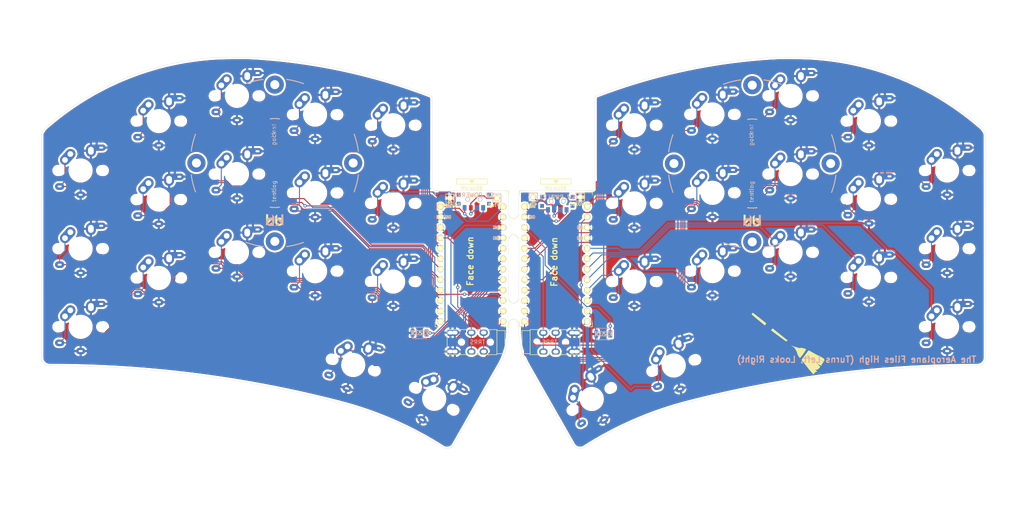
<source format=kicad_pcb>
(kicad_pcb (version 20211014) (generator pcbnew)
  (layers (0 "F.Cu" signal) (31 "B.Cu" signal) (34 "B.Paste" user) (35 "F.Paste" user) (36 "B.SilkS" user "B.Silkscreen") (37 "F.SilkS" user "F.Silkscreen") (38 "B.Mask" user) (39 "F.Mask" user) (44 "Edge.Cuts" user))
  (net 0 "")
  (net 1 "BT+")
  (net 2 "gnd")
  (net 3 "vcc")
  (net 4 "Switch18")
  (net 5 "reset")
  (net 6 "Switch1")
  (net 7 "Switch2")
  (net 8 "Switch3")
  (net 9 "Switch4")
  (net 10 "Switch5")
  (net 11 "Switch6")
  (net 12 "Switch7")
  (net 13 "Switch8")
  (net 14 "Switch9")
  (net 15 "Switch10")
  (net 16 "Switch11")
  (net 17 "Switch12")
  (net 18 "Switch13")
  (net 19 "Switch14")
  (net 20 "Switch15")
  (net 21 "Switch16")
  (net 22 "Switch17")
  (net 23 "Net-(SW_POWER1-Pad1)")
  (net 24 "raw")
  (net 25 "BT+_r")
  (net 26 "Switch18_r")
  (net 27 "reset_r")
  (net 28 "Switch9_r")
  (net 29 "Switch10_r")
  (net 30 "Switch11_r")
  (net 31 "Switch12_r")
  (net 32 "Switch13_r")
  (net 33 "Switch14_r")
  (net 34 "Switch15_r")
  (net 35 "Switch16_r")
  (net 36 "Switch17_r")
  (net 37 "Switch1_r")
  (net 38 "Switch2_r")
  (net 39 "Switch3_r")
  (net 40 "Switch4_r")
  (net 41 "Switch5_r")
  (net 42 "Switch6_r")
  (net 43 "Switch7_r")
  (net 44 "Switch8_r")
  (net 45 "Net-(SW_POWERR1-Pad1)")
  (footprint "kbd:1pin_conn" (layer "F.Cu") (at 146.19 83.736)
    (fp_text reference "Bat+r1")
    (fp_text value "MountingHole_Pad" hide)
  )
  (footprint "kbd:1pin_conn" (layer "F.Cu") (at 134.76 83.736)
    (fp_text reference "BatGND1")
    (fp_text value "MountingHole_Pad" hide)
  )
  (footprint "* duckyb-collection:keyswitch_cherrymx_alps_choc12_slots_1u" (layer "F.Cu") (at 45 77)
    (fp_text reference "SW2" hide)
    (fp_text value "SW_Push" hide)
  )
  (footprint "* duckyb-collection:keyswitch_cherrymx_alps_choc12_slots_1u" (layer "F.Cu") (at 64 65)
    (fp_text reference "SW3" hide)
    (fp_text value "SW_Push" hide)
  )
  (footprint "* duckyb-collection:keyswitch_cherrymx_alps_choc12_slots_1u" (layer "F.Cu") (at 83 58.86)
    (fp_text reference "SW4" hide)
    (fp_text value "SW_Push" hide)
  )
  (footprint "* duckyb-collection:keyswitch_cherrymx_alps_choc12_slots_1u" (layer "F.Cu") (at 101.994 63.432)
    (fp_text reference "SW5" hide)
    (fp_text value "SW_Push" hide)
  )
  (footprint "* duckyb-collection:keyswitch_cherrymx_alps_choc12_slots_1u" (layer "F.Cu") (at 121 66)
    (fp_text reference "SW6" hide)
    (fp_text value "SW_Push" hide)
  )
  (footprint "* duckyb-collection:keyswitch_cherrymx_alps_choc12_slots_1u" (layer "F.Cu") (at 45 96)
    (fp_text reference "SW8" hide)
    (fp_text value "SW_Push" hide)
  )
  (footprint "* duckyb-collection:keyswitch_cherrymx_alps_choc12_slots_1u" (layer "F.Cu") (at 64 84.074)
    (fp_text reference "SW9" hide)
    (fp_text value "SW_Push" hide)
  )
  (footprint "* duckyb-collection:keyswitch_cherrymx_alps_choc12_slots_1u" (layer "F.Cu") (at 83 77.878)
    (fp_text reference "SW10" hide)
    (fp_text value "SW_Push" hide)
  )
  (footprint "* duckyb-collection:keyswitch_cherrymx_alps_choc12_slots_1u" (layer "F.Cu") (at 102 82.45)
    (fp_text reference "SW11" hide)
    (fp_text value "SW_Push" hide)
  )
  (footprint "* duckyb-collection:keyswitch_cherrymx_alps_choc12_slots_1u" (layer "F.Cu") (at 120.98 84.99)
    (fp_text reference "SW12" hide)
    (fp_text value "SW_Push" hide)
  )
  (footprint "* duckyb-collection:keyswitch_cherrymx_alps_choc12_slots_1u" (layer "F.Cu") (at 45 115)
    (fp_text reference "SW14" hide)
    (fp_text value "SW_Push" hide)
  )
  (footprint "* duckyb-collection:keyswitch_cherrymx_alps_choc12_slots_1u" (layer "F.Cu") (at 64.008 103.124)
    (fp_text reference "SW15" hide)
    (fp_text value "SW_Push" hide)
  )
  (footprint "* duckyb-collection:keyswitch_cherrymx_alps_choc12_slots_1u" (layer "F.Cu") (at 83 96.896)
    (fp_text reference "SW16" hide)
    (fp_text value "SW_Push" hide)
  )
  (footprint "* duckyb-collection:keyswitch_cherrymx_alps_choc12_slots_1u" (layer "F.Cu") (at 102 101.468)
    (fp_text reference "SW17" hide)
    (fp_text value "SW_Push" hide)
  )
  (footprint "* duckyb-collection:keyswitch_cherrymx_alps_choc12_slots_1u" (layer "F.Cu") (at 130.95 132.504 -30)
    (fp_text reference "SW20" hide)
    (fp_text value "SW_Push" hide)
  )
  (footprint "* duckyb-collection:keyswitch_cherrymx_alps_choc12_slots_1u" (layer "F.Cu") (at 111.272 124.288 -15)
    (fp_text reference "SW21" hide)
    (fp_text value "SW_Push" hide)
  )
  (footprint "kbd:Tenting_Puck2" (layer "F.Cu") (at 92.202 75.184)
    (fp_text reference "REF**")
    (fp_text value "Tenting Puck")
  )
  (footprint "Kailh:SPDT_C128955r" (layer "F.Cu") (at 140.602 83.99)
    (fp_text reference "SW2")
    (fp_text value "SW_SPDT")
  )
  (footprint "kbd:SW_SPST_B3U-1000P" (layer "F.Cu") (at 127.394 116.502)
    (fp_text reference "RSW1" hide)
    (fp_text value "SW_Push")
  )
  (footprint "* duckyb-collection:keyswitch_cherrymx_alps_choc12_slots_1u" (layer "F.Cu") (at 120.98 104.008)
    (fp_text reference "SW18" hide)
    (fp_text value "SW_Push" hide)
  )
  (footprint "kbd:ProMicro_v3_min" (layer "F.Cu") (at 140.094 100.246)
    (fp_text reference "U1" hide)
    (fp_text value "ProMicro-kbd" hide)
  )
  (footprint "kbd:1pin_conn" (layer "F.Cu") (at 166.45984 83.482)
    (fp_text reference "BatGND4")
    (fp_text value "MountingHole_Pad" hide)
  )
  (footprint "kbd:SW_SPST_B3U-1000P" (layer "F.Cu") (at 172.04784 116.756)
    (fp_text reference "RSW2" hide)
    (fp_text value "SW_Push")
  )
  (footprint "kbd:1pin_conn" (layer "F.Cu") (at 155.02984 83.482)
    (fp_text reference "Bat+1")
    (fp_text value "MountingHole_Pad" hide)
  )
  (footprint "kbd:Tenting_Puck2" (layer "F.Cu") (at 208.26984 75.311)
    (fp_text reference "REF**")
    (fp_text value "Tenting Puck")
  )
  (footprint "Kailh:ferris_broom" (layer "F.Cu") (at 215.84984 118.872 7)
    (fp_text reference "G***" hide)
    (fp_text value "LOGO" hide)
  )
  (footprint "Kailh:SPDT_C128955r" (layer "F.Cu") (at 160.87184 84.498)
    (fp_text reference "SW2")
    (fp_text value "SW_SPDT")
  )
  (footprint "Kailh:TRRS-PJ-DPB2" (layer "F.Cu") (at 154.26784 118.734 90)
    (fp_text reference "J1")
    (fp_text value "AudioJack4dpb" hide)
  )
  (footprint "* duckyb-collection:keyswitch_cherrymx_alps_choc12_slots_1u" (layer "F.Cu") (at 198.58584 82.418)
    (fp_text reference "SW11_r1" hide)
    (fp_text value "SW_Push" hide)
  )
  (footprint "* duckyb-collection:keyswitch_cherrymx_alps_choc12_slots_1u" (layer "F.Cu") (at 255.63184 115)
    (fp_text reference "SW13_r1" hide)
    (fp_text value "SW_Push" hide)
  )
  (footprint "* duckyb-collection:keyswitch_cherrymx_alps_choc12_slots_1u" (layer "F.Cu") (at 217.58784 96.896)
    (fp_text reference "SW15_r1" hide)
    (fp_text value "SW_Push" hide)
  )
  (footprint "* duckyb-collection:keyswitch_cherrymx_alps_choc12_slots_1u" (layer "F.Cu") (at 198.58584 101.468)
    (fp_text reference "SW16_r1" hide)
    (fp_text value "SW_Push" hide)
  )
  (footprint "* duckyb-collection:keyswitch_cherrymx_alps_choc12_slots_1u" (layer "F.Cu") (at 198.58584 63.368)
    (fp_text reference "SW5_r1" hide)
    (fp_text value "SW_Push" hide)
  )
  (footprint "* duckyb-collection:keyswitch_cherrymx_alps_choc12_slots_1u" (layer "F.Cu") (at 236.61384 65)
    (fp_text reference "SW3_r1" hide)
    (fp_text value "SW_Push" hide)
  )
  (footprint "* duckyb-collection:keyswitch_cherrymx_alps_choc12_slots_1u" (layer "F.Cu") (at 217.58784 58.86)
    (fp_text reference "SW4_r1" hide)
    (fp_text value "SW_Push" hide)
  )
  (footprint "* duckyb-collection:keyswitch_cherrymx_alps_choc12_slots_1u" (layer "F.Cu") (at 236.61384 83.974)
    (fp_text reference "SW8_r1" hide)
    (fp_text value "SW_Push" hide)
  )
  (footprint "* duckyb-collection:keyswitch_cherrymx_alps_choc12_slots_1u" (layer "F.Cu") (at 217.58784 77.878)
    (fp_text reference "SW9_r1" hide)
    (fp_text value "SW_Push" hide)
  )
  (footprint "* duckyb-collection:keyswitch_cherrymx_alps_choc12_slots_1u" (layer "F.Cu") (at 236.61384 102.992)
    (fp_text reference "SW18_r1" hide)
    (fp_text value "SW_Push" hide)
  )
  (footprint "* duckyb-collection:keyswitch_cherrymx_alps_choc12_slots_1u" (layer "F.Cu") (at 179.58584 84.99)
    (fp_text reference "SW12_r1" hide)
    (fp_text value "SW_Push" hide)
  )
  (footprint "* duckyb-collection:keyswitch_cherrymx_alps_choc12_slots_1u" (layer "F.Cu") (at 255.63184 96)
    (fp_text reference "SW7_r1" hide)
    (fp_text value "SW_Push" hide)
  )
  (footprint "* duckyb-collection:keyswitch_cherrymx_alps_choc12_slots_1u" (layer "F.Cu") (at 255.63184 77)
    (fp_text reference "SW2_r1" hide)
    (fp_text value "SW_Push" hide)
  )
  (footprint "* duckyb-collection:keyswitch_cherrymx_alps_choc12_slots_1u" (layer "F.Cu") (at 179.58584 66)
    (fp_text reference "SW6_r1" hide)
    (fp_text value "SW_Push" hide)
  )
  (footprint "* duckyb-collection:keyswitch_cherrymx_alps_choc12_slots_1u" (layer "F.Cu") (at 169.251 132.542 30)
    (fp_text reference "SW20_r1" hide)
    (fp_text value "SW_Push" hide)
  )
  (footprint "* duckyb-collection:keyswitch_cherrymx_alps_choc12_slots_1u" (layer "F.Cu") (at 179.58584 104.008)
    (fp_text reference "SW17_r1" hide)
    (fp_text value "SW_Push" hide)
  )
  (footprint "* duckyb-collection:keyswitch_cherrymx_alps_choc12_slots_1u" (layer "F.Cu") (at 189.17984 124.41 15)
    (fp_text reference "SW21_r1" hide)
    (fp_text value "SW_Push" hide)
  )
  (footprint "kbd:ProMicro_v3_min" (layer "F.Cu") (at 160.51784 100.246)
    (fp_text reference "U2" hide)
    (fp_text value "ProMicro-kbd" hide)
  )
  (footprint "Duckyb-Parts:mouse-bite-5mm-slot-with-space-for-track" (layer "F.Cu") (at 150.241 90.678)
    (fp_text reference "mouse-bite-5mm-slot" hide)
    (fp_text value "VAL**" hide)
  )
  (footprint "Duckyb-Parts:mouse-bite-5mm-slot-with-space-for-track" (layer "F.Cu") (at 150.241 111.1885)
    (fp_text reference "mouse-bite-5mm-slot" hide)
    (fp_text value "VAL**" hide)
  )
  (footprint "Kailh:TRRS-PJ-DPB2" (layer "F.Cu") (at 146.19 118.734 -90)
    (fp_text reference "J2")
    (fp_text value "AudioJack4dpb" hide)
  )
  (footprint "Kailh:SPDT_C128955" (layer "B.Cu") (at 140.602 83.99 180)
    (fp_text reference "SW_POWERR1")
    (fp_text value "SW_SPDT")
  )
  (footprint "kbd:SW_SPST_B3U-1000P" (layer "B.Cu") (at 127.394 116.502)
    (fp_text reference "RSW1" hide)
    (fp_text value "SW_Push")
  )
  (footprint "Kailh:SPDT_C128955" (layer "B.Cu") (at 160.87184 84.498 180)
    (fp_text reference "SW_POWER1")
    (fp_text value "SW_SPDT")
  )
  (footprint "kbd:SW_SPST_B3U-1000P" (layer "B.Cu") (at 172.04784 116.756)
    (fp_text reference "RSW2" hide)
    (fp_text value "SW_Push")
  )
  (gr_arc (start 148.162 81.866) (mid 148.69233 82.08567) (end 148.912 82.616) (layer "Edge.Cuts") (width 0.05))
  (gr_line (start 148.912 93.218) (end 148.912 101.262) (layer "Edge.Cuts") (width 0.05))
  (gr_line (start 131.458 81.868917) (end 148.162 81.866) (layer "Edge.Cuts") (width 0.05))
  (gr_line (start 147.161679 123.613657) (end 135.71 143.699265) (layer "Edge.Cuts") (width 0.05))
  (gr_arc (start 148.924 116.248) (mid 148.462831 120.031316) (end 147.161679 123.613657) (layer "Edge.Cuts") (width 0.05))
  (gr_line (start 148.912 82.616) (end 148.924 88.11) (layer "Edge.Cuts") (width 0.05))
  (gr_line (start 149.2885 88.11) (end 148.924 88.11) (layer "Edge.Cuts") (width 0.05))
  (gr_line (start 149.2885 93.218) (end 148.912 93.218) (layer "Edge.Cuts") (width 0.05))
  (gr_line (start 149.2885 108.628) (end 148.924 108.628) (layer "Edge.Cuts") (width 0.05))
  (gr_line (start 149.2885 113.7285) (end 148.912 113.7285) (layer "Edge.Cuts") (width 0.05))
  (gr_line (start 148.912 101.262) (end 148.924 108.628) (layer "Edge.Cuts") (width 0.05))
  (gr_line (start 148.912 113.7285) (end 148.924 116.248) (layer "Edge.Cuts") (width 0.05))
  (gr_arc (start 131.458 81.868917) (mid 130.750893 81.576024) (end 130.458 80.868917) (layer "Edge.Cuts") (width 0.05))
  (gr_line (start 130.458 80.868917) (end 130.463 59.473) (layer "Edge.Cuts") (width 0.05))
  (gr_arc (start 35.465859 68.23732) (mid 36.022742 67.119147) (end 36.893 66.223) (layer "Edge.Cuts") (width 0.05))
  (gr_arc (start 85.843227 49.463504) (mid 108.303644 52.385453) (end 130.028245 58.79247) (layer "Edge.Cuts") (width 0.05))
  (gr_line (start 37.768 124.474571) (end 37.493002 124.473917) (layer "Edge.Cuts") (width 0.05))
  (gr_arc (start 107.797707 133.384137) (mid 120.821222 137.841207) (end 132.978 144.298) (layer "Edge.Cuts") (width 0.05))
  (gr_arc (start 37.768 124.474571) (mid 73.062993 126.727903) (end 107.798171 133.38233) (layer "Edge.Cuts") (width 0.05))
  (gr_arc (start 37.493002 124.473917) (mid 36.080534 123.924716) (end 35.458001 122.542999) (layer "Edge.Cuts") (width 0.05))
  (gr_arc (start 135.71 143.699265) (mid 134.468995 144.56898) (end 132.978 144.298) (layer "Edge.Cuts") (width 0.05))
  (gr_arc (start 130.028245 58.79247) (mid 130.345034 59.069226) (end 130.463 59.473) (layer "Edge.Cuts") (width 0.05))
  (gr_line (start 35.465859 68.23732) (end 35.458001 122.542999) (layer "Edge.Cuts") (width 0.05))
  (gr_line (start 85.843124 49.465561) (end 81.868 49.468) (layer "Edge.Cuts") (width 0.05))
  (gr_arc (start 36.894611 66.224861) (mid 57.871135 53.793316) (end 81.868 49.468) (layer "Edge.Cuts") (width 0.05))
  (gr_line (start 168.99984 81.868917) (end 152.29584 81.866) (layer "Edge.Cuts") (width 0.05))
  (gr_line (start 151.54584 113.7285) (end 151.53384 116.248) (layer "Edge.Cuts") (width 0.05))
  (gr_line (start 153.280536 123.57215) (end 164.74784 143.699265) (layer "Edge.Cuts") (width 0.05))
  (gr_line (start 264.991981 68.23732) (end 264.999839 122.542999) (layer "Edge.Cuts") (width 0.05))
  (gr_line (start 214.614716 49.465561) (end 218.58984 49.468) (layer "Edge.Cuts") (width 0.05))
  (gr_line (start 151.54584 101.262) (end 151.53384 108.628) (layer "Edge.Cuts") (width 0.05))
  (gr_arc (start 151.54584 82.616) (mid 151.76551 82.08567) (end 152.29584 81.866) (layer "Edge.Cuts") (width 0.05))
  (gr_line (start 151.54584 93.218) (end 151.54584 101.262) (layer "Edge.Cuts") (width 0.05))
  (gr_arc (start 167.47984 144.298) (mid 179.636618 137.841207) (end 192.660133 133.384137) (layer "Edge.Cuts") (width 0.05))
  (gr_arc (start 218.58984 49.468) (mid 242.586705 53.793316) (end 263.563229 66.224861) (layer "Edge.Cuts") (width 0.05))
  (gr_arc (start 192.659669 133.38233) (mid 227.394847 126.727903) (end 262.68984 124.474571) (layer "Edge.Cuts") (width 0.05))
  (gr_arc (start 167.47984 144.298) (mid 165.988845 144.56898) (end 164.74784 143.699265) (layer "Edge.Cuts") (width 0.05))
  (gr_arc (start 153.280536 123.57215) (mid 151.990927 120.009347) (end 151.53384 116.248) (layer "Edge.Cuts") (width 0.05))
  (gr_line (start 151.54584 82.616) (end 151.53384 88.11) (layer "Edge.Cuts") (width 0.05))
  (gr_arc (start 169.99984 80.868917) (mid 169.706947 81.576024) (end 168.99984 81.868917) (layer "Edge.Cuts") (width 0.05))
  (gr_line (start 169.99984 80.868917) (end 169.99484 59.473) (layer "Edge.Cuts") (width 0.05))
  (gr_arc (start 263.56484 66.223) (mid 264.435099 67.119147) (end 264.991981 68.23732) (layer "Edge.Cuts") (width 0.05))
  (gr_arc (start 170.429595 58.79247) (mid 192.154196 52.385453) (end 214.614613 49.463504) (layer "Edge.Cuts") (width 0.05))
  (gr_line (start 262.68984 124.474571) (end 262.964838 124.473917) (layer "Edge.Cuts") (width 0.05))
  (gr_arc (start 264.999839 122.542999) (mid 264.377307 123.924717) (end 262.964838 124.473917) (layer "Edge.Cuts") (width 0.05))
  (gr_arc (start 169.99484 59.473) (mid 170.112806 59.069226) (end 170.429595 58.79247) (layer "Edge.Cuts") (width 0.05))
  (gr_line (start 151.53384 88.11) (end 151.1935 88.11) (layer "Edge.Cuts") (width 0.05))
  (gr_line (start 151.54584 93.218) (end 151.1935 93.218) (layer "Edge.Cuts") (width 0.05))
  (gr_arc (start 149.288501 113.7285) (mid 150.241 113.083627) (end 151.193499 113.728501) (layer "Edge.Cuts") (width 0.05))
  (gr_line (start 151.53384 108.628) (end 151.1935 108.628) (layer "Edge.Cuts") (width 0.05))
  (gr_arc (start 149.288501 93.218) (mid 150.241 92.573127) (end 151.193499 93.218001) (layer "Edge.Cuts") (width 0.05))
  (gr_line (start 151.54584 113.7285) (end 151.1935 113.7285) (layer "Edge.Cuts") (width 0.05))
  (gr_arc (start 151.193499 108.628) (mid 150.241 109.285937) (end 149.288501 108.627999) (layer "Edge.Cuts") (width 0.05))
  (gr_arc (start 151.193499 88.11) (mid 150.241 88.772807) (end 149.288501 88.109999) (layer "Edge.Cuts") (width 0.05))
  (gr_text "The Aeroplane Flies High (Turns Left, Looks Right)" (at 233.62984 122.936) (layer "B.SilkS") (effects (font (size 1.5 1.5) (thickness 0.3)) (justify mirror)))
  (gr_text "Face down" (at 160.10984 99.23 90) (layer "F.SilkS") (effects (font (size 1.5 1.5) (thickness 0.3))))
  (gr_text "Face down" (at 139.7 99.06 90) (layer "F.SilkS") (effects (font (size 1.5 1.5) (thickness 0.3))))
  (segment (start 158.381843 85.323001) (end 157.231843 84.173001) (width 0.25) (layer "F.Cu") (net 1))
  (segment (start 157.231843 84.173001) (end 155.720841 84.173001) (width 0.25) (layer "F.Cu") (net 1))
  (segment (start 155.720841 84.173001) (end 155.02984 83.482) (width 0.25) (layer "F.Cu") (net 1))
  (segment (start 160.10984 86.585) (end 160.12184 86.573) (width 0.25) (layer "F.Cu") (net 1))
  (segment (start 160.12184 85.698) (end 159.746841 85.323001) (width 0.25) (layer "F.Cu") (net 1))
  (segment (start 159.746841 85.323001) (end 158.381843 85.323001) (width 0.25) (layer "F.Cu") (net 1))
  (segment (start 160.10984 88.054) (end 160.10984 86.585) (width 0.25) (layer "F.Cu") (net 1))
  (segment (start 160.12184 86.573) (end 160.12184 85.698) (width 0.25) (layer "F.Cu") (net 1))
  (via (at 160.10984 88.054) (size 0.8) (drill 0.4) (layers "F.Cu" "B.Cu") (net 1))
  (segment (start 161.62184 86.573) (end 161.62184 87.05) (width 0.25) (layer "B.Cu") (net 1))
  (segment (start 161.62184 86.573) (end 161.59084 86.573) (width 0.25) (layer "B.Cu") (net 1))
  (segment (start 161.59084 86.573) (end 160.10984 88.054) (width 0.25) (layer "B.Cu") (net 1))
  (segment (start 133.236 88.308) (end 132.4854 88.308) (width 0.25) (layer "B.Cu") (net 2))
  (segment (start 134.76 83.736) (end 134.76 86.784) (width 0.25) (layer "B.Cu") (net 2))
  (segment (start 134.76 86.784) (end 133.236 88.308) (width 0.25) (layer "B.Cu") (net 2))
  (segment (start 136.652 105.41) (end 136.652 105.41) (width 0.25) (layer "F.Cu") (net 3))
  (segment (start 157.46784 121.044) (end 157.48784 121.064) (width 0.25) (layer "F.Cu") (net 3))
  (segment (start 132.4854 93.388) (end 134.282 93.388) (width 0.25) (layer "F.Cu") (net 3))
  (segment (start 136.652 95.758) (end 136.652 105.41) (width 0.25) (layer "F.Cu") (net 3))
  (segment (start 134.282 93.388) (end 136.652 95.758) (width 0.25) (layer "F.Cu") (net 3))
  (via (at 136.652 105.41) (size 0.8) (drill 0.4) (layers "F.Cu" "B.Cu") (net 3))
  (segment (start 157.46784 121.044) (end 157.48784 121.064) (width 0.25) (layer "B.Cu") (net 3))
  (segment (start 157.46784 116.434) (end 157.46784 121.044) (width 0.25) (layer "B.Cu") (net 3))
  (segment (start 152.90924 93.388) (end 157.46784 97.9466) (width 0.25) (layer "B.Cu") (net 3))
  (segment (start 157.46784 97.9466) (end 157.46784 116.434) (width 0.25) (layer "B.Cu") (net 3))
  (segment (start 136.652 110.086) (end 142.97 116.404) (width 0.25) (layer "B.Cu") (net 3))
  (segment (start 136.652 105.41) (end 136.652 110.086) (width 0.25) (layer "B.Cu") (net 3))
  (segment (start 142.97 116.404) (end 142.97 121.014) (width 0.25) (layer "B.Cu") (net 3))
  (segment (start 142.97 121.014) (end 142.99 121.034) (width 0.25) (layer "B.Cu") (net 3))
  (segment (start 135.014 93.642) (end 138.316 90.34) (width 0.25) (layer "B.Cu") (net 4))
  (segment (start 139.97 114.346) (end 135.014 109.39) (width 0.25) (layer "B.Cu") (net 4))
  (segment (start 139.97 116.404) (end 139.97 114.346) (width 0.25) (layer "B.Cu") (net 4))
  (segment (start 139.97 121.014) (end 139.99 121.034) (width 0.25) (layer "B.Cu") (net 4))
  (segment (start 138.316 90.34) (end 145.6734 90.34) (width 0.25) (layer "B.Cu") (net 4))
  (segment (start 139.97 116.404) (end 139.97 121.014) (width 0.25) (layer "B.Cu") (net 4))
  (segment (start 135.014 109.39) (end 135.014 93.642) (width 0.25) (layer "B.Cu") (net 4))
  (segment (start 145.6734 90.34) (end 147.7054 88.308) (width 0.25) (layer "B.Cu") (net 4))
  (segment (start 129.094 116.502) (end 129.934 116.502) (width 0.25) (layer "F.Cu") (net 5))
  (via (at 129.934 116.502) (size 0.8) (drill 0.4) (layers "F.Cu" "B.Cu") (net 5))
  (segment (start 129.934 116.502) (end 129.094 116.502) (width 0.25) (layer "B.Cu") (net 5))
  (segment (start 132.4854 90.848) (end 133.572401 91.935001) (width 0.25) (layer "B.Cu") (net 5))
  (segment (start 133.572401 114.229761) (end 131.300162 116.502) (width 0.25) (layer "B.Cu") (net 5))
  (segment (start 131.300162 116.502) (end 129.934 116.502) (width 0.25) (layer "B.Cu") (net 5))
  (segment (start 133.572401 91.935001) (end 133.572401 114.229761) (width 0.25) (layer "B.Cu") (net 5))
  (segment (start 129.598359 85.055589) (end 129.598359 96.070359) (width 0.25) (layer "F.Cu") (net 6))
  (segment (start 125.238397 75.968037) (end 127.978962 78.708602) (width 0.25) (layer "F.Cu") (net 6))
  (segment (start 138.316 107.104) (end 133.744 107.104) (width 0.25) (layer "F.Cu") (net 6))
  (segment (start 41.2 79.6) (end 39.9 80.9) (width 0.25) (layer "F.Cu") (net 6))
  (segment (start 41.2 74.45) (end 41.2 79.6) (width 0.25) (layer "F.Cu") (net 6))
  (segment (start 84.97402 70.49602) (end 96.894196 70.49602) (width 0.25) (layer "F.Cu") (net 6))
  (segment (start 96.894196 70.49602) (end 98.868206 72.470028) (width 0.25) (layer "F.Cu") (net 6))
  (segment (start 127.978962 83.349038) (end 127.978964 83.436194) (width 0.25) (layer "F.Cu") (net 6))
  (segment (start 98.868206 72.470028) (end 113.486798 72.470028) (width 0.25) (layer "F.Cu") (net 6))
  (segment (start 133.672999 107.175001) (end 133.926999 107.175001) (width 0.25) (layer "F.Cu") (net 6))
  (segment (start 56.514 80.9) (end 66.91798 70.49602) (width 0.25) (layer "F.Cu") (net 6))
  (segment (start 66.91798 70.49602) (end 84.97402 70.49602) (width 0.25) (layer "F.Cu") (net 6))
  (segment (start 127.978964 83.436194) (end 129.598359 85.055589) (width 0.25) (layer "F.Cu") (net 6))
  (segment (start 129.598359 101.297369) (end 131.167319 102.866329) (width 0.25) (layer "F.Cu") (net 6))
  (segment (start 113.486798 72.470028) (end 114.7568 73.740028) (width 0.25) (layer "F.Cu") (net 6))
  (segment (start 131.167319 102.866329) (end 131.167319 106.378681) (width 0.25) (layer "F.Cu") (net 6))
  (segment (start 129.598359 96.070359) (end 129.598359 101.297369) (width 0.25) (layer "F.Cu") (net 6))
  (segment (start 129.598359 95.846359) (end 129.598359 96.070359) (width 0.25) (layer "F.Cu") (net 6))
  (segment (start 114.7568 73.740028) (end 116.144388 73.740028) (width 0.25) (layer "F.Cu") (net 6))
  (segment (start 116.144388 73.740028) (end 118.372399 75.968037) (width 0.25) (layer "F.Cu") (net 6))
  (segment (start 118.372399 75.968037) (end 125.238397 75.968037) (width 0.25) (layer "F.Cu") (net 6))
  (segment (start 127.978962 78.708602) (end 127.978962 83.349038) (width 0.25) (layer "F.Cu") (net 6))
  (segment (start 39.9 80.9) (end 56.514 80.9) (width 0.25) (layer "F.Cu") (net 6))
  (segment (start 131.167319 106.378681) (end 131.963639 107.175001) (width 0.25) (layer "F.Cu") (net 6))
  (segment (start 133.744 107.104) (end 133.672999 107.175001) (width 0.25) (layer "F.Cu") (net 6))
  (segment (start 131.963639 107.175001) (end 133.672999 107.175001) (width 0.25) (layer "F.Cu") (net 6))
  (via (at 138.316 107.104) (size 0.8) (drill 0.4) (layers "F.Cu" "B.Cu") (net 6))
  (segment (start 146.252401 107.175001) (end 146.6937 107.6163) (width 0.25) (layer "B.Cu") (net 6))
  (segment (start 146.1814 107.104) (end 146.6937 107.6163) (width 0.25) (layer "B.Cu") (net 6))
  (segment (start 146.6937 107.6163) (end 147.7054 108.628) (width 0.25) (layer "B.Cu") (net 6))
  (segment (start 138.316 107.104) (end 146.1814 107.104) (width 0.25) (layer "B.Cu") (net 6))
  (segment (start 69.53801 70.04601) (end 97.080596 70.04601) (width 0.25) (layer "F.Cu") (net 7))
  (segment (start 68.392 68.9) (end 69.53801 70.04601) (width 0.25) (layer "F.Cu") (net 7))
  (segment (start 128.428973 80.168973) (end 128.428973 80.676973) (width 0.25) (layer "F.Cu") (net 7))
  (segment (start 128.428972 80.676972) (end 128.428973 80.676973) (width 0.25) (layer "F.Cu") (net 7))
  (segment (start 60.2 67.6) (end 58.9 68.9) (width 0.25) (layer "F.Cu") (net 7))
  (segment (start 125.424799 75.518029) (end 128.428972 78.522202) (width 0.25) (layer "F.Cu") (net 7))
  (segment (start 97.080596 70.04601) (end 99.054605 72.020019) (width 0.25) (layer "F.Cu") (net 7))
  (segment (start 128.428972 78.522202) (end 128.428972 80.676972) (width 0.25) (layer "F.Cu") (net 7))
  (segment (start 128.428973 83.249793) (end 130.048369 84.869189) (width 0.25) (layer "F.Cu") (net 7))
  (segment (start 130.048369 84.869189) (end 130.048369 101.110969) (width 0.25) (layer "F.Cu") (net 7))
  (segment (start 130.048369 101.110969) (end 132.4854 103.548) (width 0.25) (layer "F.Cu") (net 7))
  (segment (start 116.33079 73.29002) (end 118.558798 75.518028) (width 0.25) (layer "F.Cu") (net 7))
  (segment (start 99.054605 72.020019) (end 113.6732 72.02002) (width 0.25) (layer "F.Cu") (net 7))
  (segment (start 113.6732 72.02002) (end 114.943199 73.290019) (width 0.25) (layer "F.Cu") (net 7))
  (segment (start 128.428973 80.676973) (end 128.428973 83.249793) (width 0.25) (layer "F.Cu") (net 7))
  (segment (start 60.2 62.45) (end 60.2 67.6) (width 0.25) (layer "F.Cu") (net 7))
  (segment (start 114.943199 73.290019) (end 116.33079 73.29002) (width 0.25) (layer "F.Cu") (net 7))
  (segment (start 58.9 68.9) (end 68.392 68.9) (width 0.25) (layer "F.Cu") (net 7))
  (segment (start 118.558798 75.518028) (end 125.424799 75.518029) (width 0.25) (layer "F.Cu") (net 7))
  (segment (start 116.51719 72.84001) (end 115.1296 72.84001) (width 0.25) (layer "F.Cu") (net 8))
  (segment (start 132.4854 101.008) (end 130.498379 99.020979) (width 0.25) (layer "F.Cu") (net 8))
  (segment (start 128.878982 78.335802) (end 128.878982 79.909018) (width 0.25) (layer "F.Cu") (net 8))
  (segment (start 118.745199 75.068019) (end 116.51719 72.84001) (width 0.25) (layer "F.Cu") (net 8))
  (segment (start 79.2 56.31) (end 79.2 61.46) (width 0.25) (layer "F.Cu") (net 8))
  (segment (start 123.30598 75.06802) (end 125.6112 75.06802) (width 0.25) (layer "F.Cu") (net 8))
  (segment (start 124.3412 75.06802) (end 123.30598 75.06802) (width 0.25) (layer "F.Cu") (net 8))
  (segment (start 84.736 69.596) (end 77.9 62.76) (width 0.25) (layer "F.Cu") (net 8))
  (segment (start 128.878982 83.063392) (end 128.878982 79.909018) (width 0.25) (layer "F.Cu") (net 8))
  (segment (start 113.8596 71.57001) (end 99.241006 71.57001) (width 0.25) (layer "F.Cu") (net 8))
  (segment (start 79.2 61.46) (end 77.9 62.76) (width 0.25) (layer "F.Cu") (net 8))
  (segment (start 130.498379 99.020979) (end 130.498379 84.682789) (width 0.25) (layer "F.Cu") (net 8))
  (segment (start 123.30598 75.06802) (end 118.745199 75.068019) (width 0.25) (layer "F.Cu") (net 8))
  (segment (start 125.6112 75.06802) (end 128.878982 78.335802) (width 0.25) (layer "F.Cu") (net 8))
  (segment (start 130.498379 84.682789) (end 128.878982 83.063392) (width 0.25) (layer "F.Cu") (net 8))
  (segment (start 128.878982 79.909018) (end 128.878981 79.605801) (width 0.25) (layer "F.Cu") (net 8))
  (segment (start 115.1296 72.84001) (end 113.8596 71.57001) (width 0.25) (layer "F.Cu") (net 8))
  (segment (start 99.241006 71.57001) (end 97.266996 69.596) (width 0.25) (layer "F.Cu") (net 8))
  (segment (start 97.266996 69.596) (end 84.736 69.596) (width 0.25) (layer "F.Cu") (net 8))
  (segment (start 129.328991 79.713009) (end 129.328991 82.876991) (width 0.25) (layer "F.Cu") (net 9))
  (segment (start 116.70359 72.39) (end 118.9316 74.61801) (width 0.25) (layer "F.Cu") (net 9))
  (segment (start 129.328991 82.876991) (end 130.948389 84.496389) (width 0.25) (layer "F.Cu") (net 9))
  (segment (start 130.948389 96.930989) (end 132.4854 98.468) (width 0.25) (layer "F.Cu") (net 9))
  (segment (start 98.194 60.882) (end 98.194 66.032) (width 0.25) (layer "F.Cu") (net 9))
  (segment (start 115.316 72.39) (end 116.70359 72.39) (width 0.25) (layer "F.Cu") (net 9))
  (segment (start 114.046 71.12) (end 115.316 72.39) (width 0.25) (layer "F.Cu") (net 9))
  (segment (start 129.328991 78.149401) (end 129.328991 79.713009) (width 0.25) (layer "F.Cu") (net 9))
  (segment (start 129.328991 79.419401) (end 129.328991 79.713009) (width 0.25) (layer "F.Cu") (net 9))
  (segment (start 118.9316 74.61801) (end 125.7976 74.61801) (width 0.25) (layer "F.Cu") (net 9))
  (segment (start 98.194 66.032) (end 96.894 67.332) (width 0.25) (layer "F.Cu") (net 9))
  (segment (start 100.682 71.12) (end 114.046 71.12) (width 0.25) (layer "F.Cu") (net 9))
  (segment (start 96.894 67.332) (end 100.682 71.12) (width 0.25) (layer "F.Cu") (net 9))
  (segment (start 130.948389 84.496389) (end 130.948389 96.930989) (width 0.25) (layer "F.Cu") (net 9))
  (segment (start 125.7976 74.61801) (end 129.328991 78.149401) (width 0.25) (layer "F.Cu") (net 9))
  (segment (start 125.984 74.168) (end 129.794 77.978) (width 0.25) (layer "F.Cu") (net 10))
  (segment (start 129.794 77.978) (end 129.794 79.502) (width 0.25) (layer "F.Cu") (net 10))
  (segment (start 124.714 74.168) (end 125.984 74.168) (width 0.25) (layer "F.Cu") (net 10))
  (segment (start 131.398399 84.184399) (end 131.398399 94.840999) (width 0.25) (layer "F.Cu") (net 10))
  (segment (start 117.2 63.45) (end 117.2 68.6) (width 0.25) (layer "F.Cu") (net 10))
  (segment (start 129.794 82.55) (end 129.779 82.565) (width 0.25) (layer "F.Cu") (net 10))
  (segment (start 119.118 74.168) (end 124.714 74.168) (width 0.25) (layer "F.Cu") (net 10))
  (segment (start 129.794 79.502) (end 129.794 82.55) (width 0.25) (layer "F.Cu") (net 10))
  (segment (start 115.9 70.95) (end 119.118 74.168) (width 0.25) (layer "F.Cu") (net 10))
  (segment (start 131.398399 94.840999) (end 132.4854 95.928) (width 0.25) (layer "F.Cu") (net 10))
  (segment (start 129.794 79.248) (end 129.794 79.502) (width 0.25) (layer "F.Cu") (net 10))
  (segment (start 129.779 82.565) (end 131.398399 84.184399) (width 0.25) (layer "F.Cu") (net 10))
  (segment (start 115.9 69.9) (end 115.9 70.95) (width 0.25) (layer "F.Cu") (net 10))
  (segment (start 117.2 68.6) (end 115.9 69.9) (width 0.25) (layer "F.Cu") (net 10))
  (segment (start 97.47498 84.77498) (end 97.482969 84.766991) (width 0.25) (layer "F.Cu") (net 11))
  (segment (start 90.932 81.28) (end 94.42698 84.77498) (width 0.25) (layer "F.Cu") (net 11))
  (segment (start 64.171412 88.646) (end 67.137706 85.679706) (width 0.25) (layer "F.Cu") (net 11))
  (segment (start 90.678 81.28) (end 90.932 81.28) (width 0.25) (layer "F.Cu") (net 11))
  (segment (start 70.2904 79.95201) (end 80.330598 79.95201) (width 0.25) (layer "F.Cu") (net 11))
  (segment (start 67.137706 85.679706) (end 67.225011 85.592401) (width 0.25) (layer "F.Cu") (net 11))
  (segment (start 67.137706 85.679706) (end 67.31 85.507412) (width 0.25) (layer "F.Cu") (net 11))
  (segment (start 60.96 88.646) (end 64.171412 88.646) (width 0.25) (layer "F.Cu") (net 11))
  (segment (start 49.706 99.9) (end 60.96 88.646) (width 0.25) (layer "F.Cu") (net 11))
  (segment (start 94.42698 84.77498) (end 97.47498 84.77498) (width 0.25) (layer "F.Cu") (net 11))
  (segment (start 67.31 85.507412) (end 67.31 84.836) (width 0.25) (layer "F.Cu") (net 11))
  (segment (start 67.225011 83.017399) (end 70.2904 79.95201) (width 0.25) (layer "F.Cu") (net 11))
  (segment (start 39.9 99.9) (end 49.706 99.9) (width 0.25) (layer "F.Cu") (net 11))
  (segment (start 98.736991 84.766991) (end 99.568 85.598) (width 0.25) (layer "F.Cu") (net 11))
  (segment (start 80.330598 79.95201) (end 81.658588 81.28) (width 0.25) (layer "F.Cu") (net 11))
  (segment (start 81.658588 81.28) (end 90.678 81.28) (width 0.25) (layer "F.Cu") (net 11))
  (segment (start 97.482969 84.766991) (end 98.736991 84.766991) (width 0.25) (layer "F.Cu") (net 11))
  (segment (start 67.225011 85.592401) (end 67.225011 83.017399) (width 0.25) (layer "F.Cu") (net 11))
  (via (at 99.568 85.598) (size 0.8) (drill 0.4) (layers "F.Cu" "B.Cu") (net 11))
  (segment (start 39.9 97.759002) (end 39.9 99.9) (width 0.25) (layer "B.Cu") (net 11))
  (segment (start 111.237 91.709) (end 114.948 95.42) (width 0.25) (layer "B.Cu") (net 11))
  (segment (start 131.0827 98.0927) (end 131.0827 104.6853) (width 0.25) (layer "B.Cu") (net 11))
  (segment (start 128.41 95.42) (end 131.0827 98.0927) (width 0.25) (layer "B.Cu") (net 11))
  (segment (start 99.568 85.598) (end 105.126 85.598) (width 0.25) (layer "B.Cu") (net 11))
  (segment (start 105.126 85.598) (end 111.237 91.709) (width 0.25) (layer "B.Cu") (net 11))
  (segment (start 41.2 96.459002) (end 39.9 97.759002) (width 0.25) (layer "B.Cu") (net 11))
  (segment (start 110.63 91.102) (end 111.237 91.709) (width 0.25) (layer "B.Cu") (net 11))
  (segment (start 41.2 93.45) (end 41.2 96.459002) (width 0.25) (layer "B.Cu") (net 11))
  (segment (start 131.0827 104.6853) (end 132.4854 106.088) (width 0.25) (layer "B.Cu") (net 11))
  (segment (start 114.948 95.42) (end 128.41 95.42) (width 0.25) (layer "B.Cu") (net 11))
  (segment (start 66.775001 85.406001) (end 66.775001 82.830999) (width 0.25) (layer "F.Cu") (net 12))
  (segment (start 58.9 87.974) (end 64.207002 87.974) (width 0.25) (layer "F.Cu") (net 12))
  (segment (start 129.148349 96.158349) (end 129.148349 101.492349) (width 0.25) (layer "F.Cu") (net 12))
  (segment (start 94.10841 83.82) (end 99.262998 83.82) (width 0.25) (layer "F.Cu") (net 12))
  (segment (start 81.786998 80.772) (end 91.06041 80.772) (width 0.25) (layer "F.Cu") (net 12))
  (segment (start 130.717309 106.565081) (end 132.4854 108.333172) (width 0.25) (layer "F.Cu") (net 12))
  (segment (start 99.262998 83.82) (end 101.410978 85.96798) (width 0.25) (layer "F.Cu") (net 12))
  (segment (start 106.5448 85.96798) (end 115.6888 95.11198) (width 0.25) (layer "F.Cu") (net 12))
  (segment (start 129.148349 101.492349) (end 129.156929 101.492349) (width 0.25) (layer "F.Cu") (net 12))
  (segment (start 64.207002 87.974) (end 66.775001 85.406001) (width 0.25) (layer "F.Cu") (net 12))
  (segment (start 128.26039 95.11198) (end 129.148348 95.999938) (width 0.25) (layer "F.Cu") (net 12))
  (segment (start 129.148348 95.999938) (end 129.148349 96.158349) (width 0.25) (layer "F.Cu") (net 12))
  (segment (start 80.516998 79.502) (end 81.786998 80.772) (width 0.25) (layer "F.Cu") (net 12))
  (segment (start 130.696 103.294) (end 130.717309 103.315309) (width 0.25) (layer "F.Cu") (net 12))
  (segment (start 132.4854 108.333172) (end 132.4854 108.628) (width 0.25) (layer "F.Cu") (net 12))
  (segment (start 115.6888 95.11198) (end 128.26039 95.11198) (width 0.25) (layer "F.Cu") (net 12))
  (segment (start 101.410978 85.96798) (end 106.5448 85.96798) (width 0.25) (layer "F.Cu") (net 12))
  (segment (start 91.06041 80.772) (end 94.10841 83.82) (width 0.25) (layer "F.Cu") (net 12))
  (segment (start 130.696 103.03142) (end 130.696 103.294) (width 0.25) (layer "F.Cu") (net 12))
  (segment (start 129.156929 101.492349) (end 130.696 103.03142) (width 0.25) (layer "F.Cu") (net 12))
  (segment (start 130.717309 103.315309) (end 130.717309 106.565081) (width 0.25) (layer "F.Cu") (net 12))
  (segment (start 66.775001 82.830999) (end 70.104 79.502) (width 0.25) (layer "F.Cu") (net 12))
  (segment (start 70.104 79.502) (end 80.516998 79.502) (width 0.25) (layer "F.Cu") (net 12))
  (segment (start 60.2 81.524) (end 60.2 86.674) (width 0.25) (layer "B.Cu") (net 12))
  (segment (start 60.2 86.674) (end 58.9 87.974) (width 0.25) (layer "B.Cu") (net 12))
  (segment (start 94.24058 85.22499) (end 97.90901 85.22499) (width 0.25) (layer "F.Cu") (net 13))
  (segment (start 128.698339 96.186339) (end 128.698339 101.735661) (width 0.25) (layer "F.Cu") (net 13))
  (segment (start 97.917 85.217) (end 99.11799 86.41799) (width 0.25) (layer "F.Cu") (net 13))
  (segment (start 106.3584 86.41799) (end 115.5024 95.56199) (width 0.25) (layer "F.Cu") (net 13))
  (segment (start 130.128085 103.099915) (end 130.24599 103.21782) (width 0.25) (layer "F.Cu") (net 13))
  (segment (start 97.90901 85.22499) (end 97.917 85.217) (width 0.25) (layer "F.Cu") (net 13))
  (segment (start 115.5024 95.56199) (end 128.07399 95.56199) (width 0.25) (layer "F.Cu") (net 13))
  (segment (start 130.267299 103.627299) (end 130.267299 106.751481) (width 0.25) (layer "F.Cu") (net 13))
  (segment (start 130.267299 106.751481) (end 130.95 107.434182) (width 0.25) (layer "F.Cu") (net 13))
  (segment (start 90.79359 81.778) (end 94.24058 85.22499) (width 0.25) (layer "F.Cu") (net 13))
  (segment (start 128.07399 95.56199) (end 128.698339 96.186339) (width 0.25) (layer "F.Cu") (net 13))
  (segment (start 130.24599 103.21782) (end 130.24599 103.60599) (width 0.25) (layer "F.Cu") (net 13))
  (segment (start 130.95 109.6326) (end 132.4854 111.168) (width 0.25) (layer "F.Cu") (net 13))
  (segment (start 130.95 107.434182) (end 130.95 109.6326) (width 0.25) (layer "F.Cu") (net 13))
  (segment (start 130.062593 103.099915) (end 130.128085 103.099915) (width 0.25) (layer "F.Cu") (net 13))
  (segment (start 128.698339 101.735661) (end 130.062593 103.099915) (width 0.25) (layer "F.Cu") (net 13))
  (segment (start 130.24599 103.60599) (end 130.267299 103.627299) (width 0.25) (layer "F.Cu") (net 13))
  (segment (start 77.9 81.778) (end 90.79359 81.778) (width 0.25) (layer "F.Cu") (net 13))
  (segment (start 99.11799 86.41799) (end 106.3584 86.41799) (width 0.25) (layer "F.Cu") (net 13))
  (segment (start 79.2 80.478) (end 77.9 81.778) (width 0.25) (layer "B.Cu") (net 13))
  (segment (start 79.2 75.328) (end 79.2 80.478) (width 0.25) (layer "B.Cu") (net 13))
  (segment (start 130.49999 111.72259) (end 130.7017 111.9243) (width 0.25) (layer "F.Cu") (net 14))
  (segment (start 128.24833 97.04967) (end 128.24833 96.49833) (width 0.25) (layer "F.Cu") (net 14))
  (segment (start 129.79598 103.469712) (end 129.79598 103.79239) (width 0.25) (layer "F.Cu") (net 14))
  (segment (start 128.248329 96.782329) (end 128.24833 97.04967) (width 0.25) (layer "F.Cu") (net 14))
  (segment (start 130.49999 107.620582) (end 130.49999 111.72259) (width 0.25) (layer "F.Cu") (net 14))
  (segment (start 127.762 96.012) (end 115.316 96.012) (width 0.25) (layer "F.Cu") (net 14))
  (segment (start 128.24833 101.922062) (end 129.79598 103.469712) (width 0.25) (layer "F.Cu") (net 14))
  (segment (start 97.418 86.868) (end 96.9 86.35) (width 0.25) (layer "F.Cu") (net 14))
  (segment (start 129.79598 103.79239) (end 129.817289 103.813699) (width 0.25) (layer "F.Cu") (net 14))
  (segment (start 128.24833 97.04967) (end 128.24833 101.922062) (width 0.25) (layer "F.Cu") (net 14))
  (segment (start 130.7017 111.9243) (end 132.4854 113.708) (width 0.25) (layer "F.Cu") (net 14))
  (segment (start 115.316 96.012) (end 106.172 86.868) (width 0.25) (layer "F.Cu") (net 14))
  (segment (start 128.24833 96.49833) (end 127.762 96.012) (width 0.25) (layer "F.Cu") (net 14))
  (segment (start 106.172 86.868) (end 97.418 86.868) (width 0.25) (layer "F.Cu") (net 14))
  (segment (start 129.817289 103.813699) (end 129.817289 106.937881) (width 0.25) (layer "F.Cu") (net 14))
  (segment (start 129.817289 106.937881) (end 130.49999 107.620582) (width 0.25) (layer "F.Cu") (net 14))
  (segment (start 98.2 85.05) (end 96.9 86.35) (width 0.25) (layer "B.Cu") (net 14))
  (segment (start 98.2 79.9) (end 98.2 85.05) (width 0.25) (layer "B.Cu") (net 14))
  (segment (start 115.88 88.89) (end 115.834 88.89) (width 0.25) (layer "F.Cu") (net 15))
  (segment (start 117.18 82.44) (end 119.422998 82.44) (width 0.25) (layer "B.Cu") (net 15))
  (segment (start 130.762999 82.214999) (end 131.49 82.942) (width 0.25) (layer "B.Cu") (net 15))
  (segment (start 119.422998 82.44) (end 119.647999 82.214999) (width 0.25) (layer "B.Cu") (net 15))
  (segment (start 136.034609 86.525391) (end 138.833218 89.324) (width 0.25) (layer "B.Cu") (net 15))
  (segment (start 144.1494 89.324) (end 147.7054 85.768) (width 0.25) (layer "B.Cu") (net 15))
  (segment (start 138.833218 89.324) (end 144.1494 89.324) (width 0.25) (layer "B.Cu") (net 15))
  (segment (start 132.213207 82.218793) (end 134.757575 82.218793) (width 0.25) (layer "B.Cu") (net 15))
  (segment (start 131.49 82.942) (end 132.213207 82.218793) (width 0.25) (layer "B.Cu") (net 15))
  (segment (start 117.18 87.59) (end 115.88 88.89) (width 0.25) (layer "B.Cu") (net 15))
  (segment (start 119.647999 82.214999) (end 130.762999 82.214999) (width 0.25) (layer "B.Cu") (net 15))
  (segment (start 136.034609 83.495827) (end 136.034609 86.525391) (width 0.25) (layer "B.Cu") (net 15))
  (segment (start 134.757575 82.218793) (end 136.034609 83.495827) (width 0.25) (layer "B.Cu") (net 15))
  (segment (start 117.18 82.44) (end 117.18 87.59) (width 0.25) (layer "B.Cu") (net 15))
  (segment (start 144.92 102.882162) (end 144.92 98.7134) (width 0.25) (layer "F.Cu") (net 16))
  (segment (start 87.951392 101.792982) (end 89.398392 103.239982) (width 0.25) (layer "F.Cu") (net 16))
  (segment (start 83.243095 99.895981) (end 85.140095 101.792981) (width 0.25) (layer "F.Cu") (net 16))
  (segment (start 89.398392 103.239982) (end 98.924802 103.239982) (width 0.25) (layer "F.Cu") (net 16))
  (segment (start 66.2716 106.57399) (end 67.389491 105.456099) (width 0.25) (layer "F.Cu") (net 16))
  (segment (start 58.142006 105.89899) (end 59.673994 105.89899) (width 0.25) (layer "F.Cu") (net 16))
  (segment (start 118.655038 107.733038) (end 118.655038 107.696) (width 0.25) (layer "F.Cu") (net 16))
  (segment (start 118.655038 107.733038) (end 118.655038 115.601398) (width 0.25) (layer "F.Cu") (net 16))
  (segment (start 100.45841 104.77359) (end 105.28441 104.77359) (width 0.25) (layer "F.Cu") (net 16))
  (segment (start 70.615608 99.22098) (end 79.40898 99.22098) (width 0.25) (layer "F.Cu") (net 16))
  (segment (start 41.19 112.21) (end 41.19 113.46) (width 0.25) (layer "F.Cu") (net 16))
  (segment (start 113.99029 105.09747) (end 114.32578 105.43296) (width 0.25) (layer "F.Cu") (net 16))
  (segment (start 133.007161 114.795001) (end 144.92 102.882162) (width 0.25) (layer "F.Cu") (net 16))
  (segment (start 60.348994 106.57399) (end 66.2716 106.57399) (width 0.25) (layer "F.Cu") (net 16))
  (segment (start 48.413002 118.9) (end 57.48299 109.830012) (width 0.25) (layer "F.Cu") (net 16))
  (segment (start 117.205194 105.43296) (end 118.655038 106.882804) (width 0.25) (layer "F.Cu") (net 16))
  (segment (start 67.389491 105.456099) (end 67.389491 102.447097) (width 0.25) (layer "F.Cu") (net 16))
  (segment (start 57.48299 106.558006) (end 58.142006 105.89899) (width 0.25) (layer "F.Cu") (net 16))
  (segment (start 48.413002 118.9) (end 54.61 112.703002) (width 0.25) (layer "F.Cu") (net 16))
  (segment (start 98.924802 103.239982) (end 100.45841 104.77359) (width 0.25) (layer "F.Cu") (net 16))
  (segment (start 118.655038 106.882804) (end 118.655038 107.733038) (width 0.25) (layer "F.Cu") (net 16))
  (segment (start 80.08398 99.89598) (end 83.243095 99.895981) (width 0.25) (layer "F.Cu") (net 16))
  (segment (start 144.92 98.7134) (end 147.7054 95.928) (width 0.25) (layer "F.Cu") (net 16))
  (segment (start 39.9 118.9) (end 48.413002 118.9) (width 0.25) (layer "F.Cu") (net 16))
  (segment (start 85.140095 101.792981) (end 87.951392 101.792982) (width 0.25) (layer "F.Cu") (net 16))
  (segment (start 118.655038 115.601398) (end 120.8876 117.83396) (width 0.25) (layer "F.Cu") (net 16))
  (segment (start 105.60829 105.09747) (end 113.99029 105.09747) (width 0.25) (layer "F.Cu") (net 16))
  (segment (start 67.389491 102.447097) (end 70.615608 99.22098) (width 0.25) (layer "F.Cu") (net 16))
  (segment (start 120.8876 117.83396) (end 129.968202 117.83396) (width 0.25) (layer "F.Cu") (net 16))
  (segment (start 59.673994 105.89899) (end 60.348994 106.57399) (width 0.25) (layer "F.Cu") (net 16))
  (segment (start 105.28441 104.77359) (end 105.60829 105.09747) (width 0.25) (layer "F.Cu") (net 16))
  (segment (start 79.40898 99.22098) (end 80.08398 99.89598) (width 0.25) (layer "F.Cu") (net 16))
  (segment (start 114.32578 105.43296) (end 117.205194 105.43296) (width 0.25) (layer "F.Cu") (net 16))
  (segment (start 57.48299 109.830012) (end 57.48299 106.558006) (width 0.25) (layer "F.Cu") (net 16))
  (segment (start 129.968202 117.83396) (end 144.92 102.882162) (width 0.25) (layer "F.Cu") (net 16))
  (segment (start 41.2 117.6) (end 39.9 118.9) (width 0.25) (layer "B.Cu") (net 16))
  (segment (start 41.2 112.45) (end 41.2 117.6) (width 0.25) (layer "B.Cu") (net 16))
  (segment (start 105.09801 105.2236) (end 105.421888 105.547478) (width 0.25) (layer "F.Cu") (net 17))
  (segment (start 117.018794 105.88297) (end 118.205028 107.069206) (width 0.25) (layer "F.Cu") (net 17))
  (segment (start 67.912999 102.559999) (end 70.802008 99.67099) (width 0.25) (layer "F.Cu") (net 17))
  (segment (start 130.154602 118.28397) (end 133.236286 115.202286) (width 0.25) (layer "F.Cu") (net 17))
  (segment (start 100.27201 105.2236) (end 105.09801 105.2236) (width 0.25) (layer "F.Cu") (net 17))
  (segment (start 67.839501 105.642499) (end 67.839501 103.399501) (width 0.25) (layer "F.Cu") (net 17))
  (segment (start 106.288521 105.547479) (end 113.803889 105.547479) (width 0.25) (layer "F.Cu") (net 17))
  (segment (start 133.236286 115.202286) (end 133.193562 115.24501) (width 0.25) (layer "F.Cu") (net 17))
  (segment (start 98.738401 103.689991) (end 100.27201 105.2236) (width 0.25) (layer "F.Cu") (net 17))
  (segment (start 79.77199 100.34599) (end 83.056694 100.34599) (width 0.25) (layer "F.Cu") (net 17))
  (segment (start 145.37001 103.068562) (end 133.236286 115.202286) (width 0.25) (layer "F.Cu") (net 17))
  (segment (start 118.205028 115.787798) (end 120.7012 118.28397) (width 0.25) (layer "F.Cu") (net 17))
  (segment (start 147.7054 98.468) (end 145.37001 100.80339) (width 0.25) (layer "F.Cu") (net 17))
  (segment (start 83.056694 100.34599) (end 84.953694 102.242991) (width 0.25) (layer "F.Cu") (net 17))
  (segment (start 89.21199 103.68999) (end 98.738401 103.689991) (width 0.25) (layer "F.Cu") (net 17))
  (segment (start 66.458 107.024) (end 67.839501 105.642499) (width 0.25) (layer "F.Cu") (net 17))
  (segment (start 67.839501 103.399501) (end 67.912999 103.326003) (width 0.25) (layer "F.Cu") (net 17))
  (segment (start 106.28852 105.547478) (end 106.288521 105.547479) (width 0.25) (layer "F.Cu") (net 17))
  (segment (start 79.60499 100.17899) (end 79.77199 100.34599) (width 0.25) (layer "F.Cu") (net 17))
  (segment (start 67.912999 103.326003) (end 67.912999 102.559999) (width 0.25) (layer "F.Cu") (net 17))
  (segment (start 145.37001 100.80339) (end 145.37001 103.068562) (width 0.25) (layer "F.Cu") (net 17))
  (segment (start 87.764991 102.242991) (end 89.21199 103.68999) (width 0.25) (layer "F.Cu") (net 17))
  (segment (start 118.205028 107.069206) (end 118.205028 115.787798) (width 0.25) (layer "F.Cu") (net 17))
  (segment (start 114.13938 105.88297) (end 117.018794 105.88297) (width 0.25) (layer "F.Cu") (net 17))
  (segment (start 113.803889 105.547479) (end 114.13938 105.88297) (width 0.25) (layer "F.Cu") (net 17))
  (segment (start 84.953694 102.242991) (end 87.764991 102.242991) (width 0.25) (layer "F.Cu") (net 17))
  (segment (start 79.60499 100.13097) (end 79.14501 99.67099) (width 0.25) (layer "F.Cu") (net 17))
  (segment (start 79.60499 100.17899) (end 79.60499 100.13097) (width 0.25) (layer "F.Cu") (net 17))
  (segment (start 58.908 107.024) (end 66.458 107.024) (width 0.25) (layer "F.Cu") (net 17))
  (segment (start 105.801478 105.547478) (end 106.288521 105.547479) (width 0.25) (layer "F.Cu") (net 17))
  (segment (start 105.421888 105.547478) (end 106.28852 105.547478) (width 0.25) (layer "F.Cu") (net 17))
  (segment (start 70.802008 99.67099) (end 79.14501 99.67099) (width 0.25) (layer "F.Cu") (net 17))
  (segment (start 120.7012 118.28397) (end 130.154602 118.28397) (width 0.25) (layer "F.Cu") (net 17))
  (segment (start 60.208 105.724) (end 58.908 107.024) (width 0.25) (layer "B.Cu") (net 17))
  (segment (start 60.208 100.574) (end 60.208 105.724) (width 0.25) (layer "B.Cu") (net 17))
  (segment (start 145.936 102.278) (end 147.206 101.008) (width 0.25) (layer "F.Cu") (net 18))
  (segment (start 116.832394 106.33298) (end 117.755019 107.255605) (width 0.25) (layer "F.Cu") (net 18))
  (segment (start 113.95298 106.33298) (end 116.832394 106.33298) (width 0.25) (layer "F.Cu") (net 18))
  (segment (start 105.235488 105.997488) (end 113.617488 105.997488) (width 0.25) (layer "F.Cu") (net 18))
  (segment (start 87.552999 102.693001) (end 88.999998 104.14) (width 0.25) (layer "F.Cu") (net 18))
  (segment (start 113.617488 105.997488) (end 113.95298 106.33298) (width 0.25) (layer "F.Cu") (net 18))
  (segment (start 145.936 103.138982) (end 145.936 102.278) (width 0.25) (layer "F.Cu") (net 18))
  (segment (start 77.9 100.796) (end 82.870293 100.796) (width 0.25) (layer "F.Cu") (net 18))
  (segment (start 120.5148 118.73398) (end 130.341002 118.73398) (width 0.25) (layer "F.Cu") (net 18))
  (segment (start 147.206 101.008) (end 147.7054 101.008) (width 0.25) (layer "F.Cu") (net 18))
  (segment (start 104.91161 105.67361) (end 105.235488 105.997488) (width 0.25) (layer "F.Cu") (net 18))
  (segment (start 130.341002 118.73398) (end 145.936 103.138982) (width 0.25) (layer "F.Cu") (net 18))
  (segment (start 84.767294 102.693001) (end 87.552999 102.693001) (width 0.25) (layer "F.Cu") (net 18))
  (segment (start 117.755019 107.255605) (end 117.75502 115.9742) (width 0.25) (layer "F.Cu") (net 18))
  (segment (start 88.999998 104.14) (end 98.552 104.14) (width 0.25) (layer "F.Cu") (net 18))
  (segment (start 98.552 104.14) (end 100.08561 105.67361) (width 0.25) (layer "F.Cu") (net 18))
  (segment (start 100.08561 105.67361) (end 104.91161 105.67361) (width 0.25) (layer "F.Cu") (net 18))
  (segment (start 82.870293 100.796) (end 84.767294 102.693001) (width 0.25) (layer "F.Cu") (net 18))
  (segment (start 117.75502 115.9742) (end 120.5148 118.73398) (width 0.25) (layer "F.Cu") (net 18))
  (segment (start 79.2 94.346) (end 79.2 99.496) (width 0.25) (layer "B.Cu") (net 18))
  (segment (start 79.2 99.496) (end 77.9 100.796) (width 0.25) (layer "B.Cu") (net 18))
  (segment (start 134.981014 119.18399) (end 137.623502 116.541502) (width 0.25) (layer "F.Cu") (net 19))
  (segment (start 138.316 111.531004) (end 138.316 111.395392) (width 0.25) (layer "F.Cu") (net 19))
  (segment (start 113.431088 106.447498) (end 113.76658 106.78299) (width 0.25) (layer "F.Cu") (net 19))
  (segment (start 138.316 111.395392) (end 146.163392 103.548) (width 0.25) (layer "F.Cu") (net 19))
  (segment (start 120.3284 119.18399) (end 134.981014 119.18399) (width 0.25) (layer "F.Cu") (net 19))
  (segment (start 104.77359 106.172) (end 105.049088 106.447498) (width 0.25) (layer "F.Cu") (net 19))
  (segment (start 116.645994 106.78299) (end 117.30501 107.442006) (width 0.25) (layer "F.Cu") (net 19))
  (segment (start 117.30501 116.1606) (end 120.3284 119.18399) (width 0.25) (layer "F.Cu") (net 19))
  (segment (start 136.037993 118.127011) (end 137.623502 116.541502) (width 0.25) (layer "F.Cu") (net 19))
  (segment (start 98.806 106.172) (end 104.77359 106.172) (width 0.25) (layer "F.Cu") (net 19))
  (segment (start 113.76658 106.78299) (end 116.645994 106.78299) (width 0.25) (layer "F.Cu") (net 19))
  (segment (start 105.049088 106.447498) (end 113.431088 106.447498) (width 0.25) (layer "F.Cu") (net 19))
  (segment (start 117.30501 107.442006) (end 117.30501 116.1606) (width 0.25) (layer "F.Cu") (net 19))
  (segment (start 137.623502 116.541502) (end 138.116502 116.048502) (width 0.25) (layer "F.Cu") (net 19))
  (segment (start 146.163392 103.548) (end 147.7054 103.548) (width 0.25) (layer "F.Cu") (net 19))
  (segment (start 98.002 105.368) (end 98.806 106.172) (width 0.25) (layer "F.Cu") (net 19))
  (segment (start 96.9 105.368) (end 98.002 105.368) (width 0.25) (layer "F.Cu") (net 19))
  (segment (start 138.116502 111.730502) (end 138.316 111.531004) (width 0.25) (layer "F.Cu") (net 19))
  (segment (start 138.116502 116.048502) (end 138.116502 111.730502) (width 0.25) (layer "F.Cu") (net 19))
  (segment (start 98.2 104.068) (end 96.9 105.368) (width 0.25) (layer "B.Cu") (net 19))
  (segment (start 98.2 98.918) (end 98.2 104.068) (width 0.25) (layer "B.Cu") (net 19))
  (segment (start 144.259802 106.088) (end 147.7054 106.088) (width 0.25) (layer "F.Cu") (net 20))
  (segment (start 115.88 115.372) (end 120.142 119.634) (width 0.25) (layer "F.Cu") (net 20))
  (segment (start 120.142 119.634) (end 135.167414 119.634) (width 0.25) (layer "F.Cu") (net 20))
  (segment (start 143.65 106.833414) (end 143.65 106.697802) (width 0.25) (layer "F.Cu") (net 20))
  (segment (start 115.88 107.908) (end 115.88 115.372) (width 0.25) (layer "F.Cu") (net 20))
  (segment (start 143.65 106.697802) (end 144.259802 106.088) (width 0.25) (layer "F.Cu") (net 20))
  (segment (start 138.566512 116.234902) (end 138.566512 111.916902) (width 0.25) (layer "F.Cu") (net 20))
  (segment (start 138.566512 111.916902) (end 143.65 106.833414) (width 0.25) (layer "F.Cu") (net 20))
  (segment (start 135.167414 119.634) (end 138.566512 116.234902) (width 0.25) (layer "F.Cu") (net 20))
  (segment (start 117.18 101.458) (end 117.18 106.608) (width 0.25) (layer "B.Cu") (net 20))
  (segment (start 117.18 106.608) (end 115.88 107.908) (width 0.25) (layer "B.Cu") (net 20))
  (segment (start 116.392827 124.413502) (end 117.902498 124.413502) (width 0.25) (layer "F.Cu") (net 21))
  (segment (start 146.493391 119.321613) (end 141.401502 124.413502) (width 0.25) (layer "F.Cu") (net 21))
  (segment (start 112.820702 120.841377) (end 116.392827 124.413502) (width 0.25) (layer "F.Cu") (net 21))
  (segment (start 108.26147 123.810048) (end 105.336384 126.735134) (width 0.25) (layer "F.Cu") (net 21))
  (segment (start 108.26147 120.841377) (end 108.26147 123.810048) (width 0.25) (layer "F.Cu") (net 21))
  (segment (start 146.493391 112.380009) (end 146.493391 119.321613) (width 0.25) (layer "F.Cu") (net 21))
  (segment (start 117.902498 124.413502) (end 125.324498 124.413502) (width 0.25) (layer "F.Cu") (net 21))
  (segment (start 147.7054 111.168) (end 146.493391 112.380009) (width 0.25) (layer "F.Cu") (net 21))
  (segment (start 108.26147 120.841377) (end 112.820702 120.841377) (width 0.25) (layer "F.Cu") (net 21))
  (segment (start 117.555502 124.413502) (end 117.902498 124.413502) (width 0.25) (layer "F.Cu") (net 21))
  (segment (start 125.070498 124.413502) (end 125.324498 124.413502) (width 0.25) (layer "F.Cu") (net 21))
  (segment (start 125.324498 124.413502) (end 141.401502 124.413502) (width 0.25) (layer "F.Cu") (net 21))
  (segment (start 128.174999 131.049578) (end 125.893078 133.331499) (width 0.25) (layer "F.Cu") (net 22))
  (segment (start 132.545 125.011) (end 141.745 125.011) (width 0.25) (layer "F.Cu") (net 22))
  (segment (start 132.545 126.029834) (end 130.784936 127.789898) (width 0.25) (layer "F.Cu") (net 22))
  (segment (start 132.308738 125.011) (end 132.545 125.011) (width 0.25) (layer "F.Cu") (net 22))
  (segment (start 146.943401 119.812599) (end 141.745 125.011) (width 0.25) (layer "F.Cu") (net 22))
  (segment (start 128.174999 129.154739) (end 128.174999 131.049578) (width 0.25) (layer "F.Cu") (net 22))
  (segment (start 132.545 125.011) (end 132.545 126.029834) (width 0.25) (layer "F.Cu") (net 22))
  (segment (start 147.7054 113.708) (end 146.943401 114.469999) (width 0.25) (layer "F.Cu") (net 22))
  (segment (start 128.934103 128.395635) (end 128.174999 129.154739) (width 0.25) (layer "F.Cu") (net 22))
  (segment (start 125.893078 133.331499) (end 124.58327 133.331499) (width 0.25) (layer "F.Cu") (net 22))
  (segment (start 146.943401 114.469999) (end 146.943401 119.812599) (width 0.25) (layer "F.Cu") (net 22))
  (segment (start 138.352 87.51) (end 138.352 87.51) (width 0.25) (layer "F.Cu") (net 24))
  (segment (start 158.62184 88.147002) (end 159.798838 89.324) (width 0.25) (layer "F.Cu") (net 24))
  (segment (start 158.62184 86.573) (end 153.71424 86.573) (width 0.25) (layer "F.Cu") (net 24))
  (segment (start 159.798838 89.324) (end 160.61784 89.324) (width 0.25) (layer "F.Cu") (net 24))
  (segment (start 153.71424 86.573) (end 152.90924 85.768) (width 0.25) (layer "F.Cu") (net 24))
  (segment (start 158.62184 86.573) (end 158.62184 88.147002) (width 0.25) (layer "F.Cu") (net 24))
  (segment (start 137.047001 86.205001) (end 138.352 87.51) (width 0.25) (layer "F.Cu") (net 24))
  (segment (start 134.496782 85.768) (end 132.4854 85.768) (width 0.25) (layer "F.Cu") (net 24))
  (segment (start 138.352 86.065) (end 138.352 87.51) (width 0.25) (layer "F.Cu") (net 24))
  (segment (start 134.933783 86.205001) (end 137.047001 86.205001) (width 0.25) (layer "F.Cu") (net 24))
  (segment (start 134.933783 86.205001) (end 134.496782 85.768) (width 0.25) (layer "F.Cu") (net 24))
  (via (at 160.61784 89.324) (size 0.8) (drill 0.4) (layers "F.Cu" "B.Cu") (net 24))
  (via (at 138.352 87.51) (size 0.8) (drill 0.4) (layers "F.Cu" "B.Cu") (net 24))
  (segment (start 160.61784 89.324) (end 160.61784 89.324) (width 0.25) (layer "B.Cu") (net 24))
  (segment (start 161.24584 89.324) (end 160.61784 89.324) (width 0.25) (layer "B.Cu") (net 24))
  (segment (start 163.12184 86.573) (end 163.12184 87.448) (width 0.25) (layer "B.Cu") (net 24))
  (segment (start 163.12184 87.448) (end 161.24584 89.324) (width 0.25) (layer "B.Cu") (net 24))
  (segment (start 139.71599 88.87399) (end 138.352 87.51) (width 0.25) (layer "B.Cu") (net 24))
  (segment (start 141.05201 88.87399) (end 139.71599 88.87399) (width 0.25) (layer "B.Cu") (net 24))
  (segment (start 142.852 86.065) (end 142.852 87.074) (width 0.25) (layer "B.Cu") (net 24))
  (segment (start 142.852 87.074) (end 141.05201 88.87399) (width 0.25) (layer "B.Cu") (net 24))
  (segment (start 139.852 87.534) (end 139.852 87.534) (width 0.25) (layer "F.Cu") (net 25))
  (segment (start 143.091997 83.164999) (end 143.662998 83.736) (width 0.25) (layer "F.Cu") (net 25))
  (segment (start 139.852 84.994) (end 141.681001 83.164999) (width 0.25) (layer "F.Cu") (net 25))
  (segment (start 139.852 86.065) (end 139.852 87.534) (width 0.25) (layer "F.Cu") (net 25))
  (segment (start 143.662998 83.736) (end 146.19 83.736) (width 0.25) (layer "F.Cu") (net 25))
  (segment (start 139.852 86.065) (end 139.852 84.994) (width 0.25) (layer "F.Cu") (net 25))
  (segment (start 141.681001 83.164999) (end 143.091997 83.164999) (width 0.25) (layer "F.Cu") (net 25))
  (via (at 139.852 87.534) (size 0.8) (drill 0.4) (layers "F.Cu" "B.Cu") (net 25))
  (segment (start 141.352 86.065) (end 141.321 86.065) (width 0.25) (layer "B.Cu") (net 25))
  (segment (start 141.321 86.065) (end 139.852 87.534) (width 0.25) (layer "B.Cu") (net 25))
  (segment (start 160.46784 121.044) (end 160.48784 121.064) (width 0.25) (layer "F.Cu") (net 26))
  (segment (start 166.71384 110.188) (end 160.46784 116.434) (width 0.25) (layer "F.Cu") (net 26))
  (segment (start 166.71384 104.818) (end 166.71384 110.188) (width 0.25) (layer "F.Cu") (net 26))
  (via (at 166.71384 104.818) (size 0.8) (drill 0.4) (layers "F.Cu" "B.Cu") (net 26))
  (segment (start 160.46784 121.044) (end 160.48784 121.064) (width 0.25) (layer "B.Cu") (net 26))
  (segment (start 160.46784 116.434) (end 160.46784 121.044) (width 0.25) (layer "B.Cu") (net 26))
  (segment (start 166.71384 104.818) (end 166.71384 89.7234) (width 0.25) (layer "B.Cu") (net 26))
  (segment (start 166.71384 104.818) (end 166.71384 104.818) (width 0.25) (layer "B.Cu") (net 26))
  (segment (start 166.71384 89.7234) (end 168.12924 88.308) (width 0.25) (layer "B.Cu") (net 26))
  (segment (start 173.74784 114.802) (end 173.74784 116.756) (width 0.25) (layer "F.Cu") (net 27))
  (via (at 173.74784 114.802) (size 0.8) (drill 0.4) (layers "F.Cu" "B.Cu") (net 27))
  (segment (start 167.973477 110.080999) (end 157.91785 100.025372) (width 0.25) (layer "B.Cu") (net 27))
  (segment (start 157.91785 100.025372) (end 157.91785 95.85661) (width 0.25) (layer "B.Cu") (net 27))
  (segment (start 173.74784 113.122) (end 170.706839 110.080999) (width 0.25) (layer "B.Cu") (net 27))
  (segment (start 173.74784 114.802) (end 173.74784 113.122) (width 0.25) (layer "B.Cu") (net 27))
  (segment (start 170.706839 110.080999) (end 167.973477 110.080999) (width 0.25) (layer "B.Cu") (net 27))
  (segment (start 157.91785 95.85661) (end 152.90924 90.848) (width 0.25) (layer "B.Cu") (net 27))
  (segment (start 173.74784 116.756) (end 173.74784 114.802) (width 0.25) (layer "B.Cu") (net 27))
  (segment (start 154.51645 123.35461) (end 173.06923 123.35461) (width 0.25) (layer "F.Cu") (net 28))
  (segment (start 180.044035 119.173805) (end 191.860839 107.357001) (width 0.25) (layer "F.Cu") (net 28))
  (segment (start 177.250036 119.173804) (end 179.734036 119.173804) (width 0.25) (layer "F.Cu") (net 28))
  (segment (start 191.860839 107.357001) (end 191.860839 87.943001) (width 0.25) (layer "F.Cu") (net 28))
  (segment (start 179.734036 119.173804) (end 180.044035 119.173805) (width 0.25) (layer "F.Cu") (net 28))
  (segment (start 152.90924 121.7474) (end 154.51645 123.35461) (width 0.25) (layer "F.Cu") (net 28))
  (segment (start 173.06923 123.35461) (end 177.250036 119.173804) (width 0.25) (layer "F.Cu") (net 28))
  (segment (start 180.044036 119.173804) (end 179.734036 119.173804) (width 0.25) (layer "F.Cu") (net 28))
  (segment (start 191.860839 87.943001) (end 193.48584 86.318) (width 0.25) (layer "F.Cu") (net 28))
  (segment (start 152.90924 113.708) (end 152.90924 121.7474) (width 0.25) (layer "F.Cu") (net 28))
  (segment (start 194.78584 79.868) (end 194.78584 85.018) (width 0.25) (layer "B.Cu") (net 28))
  (segment (start 194.78584 85.018) (end 193.48584 86.318) (width 0.25) (layer "B.Cu") (net 28))
  (segment (start 175.78584 87.59) (end 174.48584 88.89) (width 0.25) (layer "B.Cu") (net 29))
  (segment (start 175.78584 82.44) (end 175.78584 87.59) (width 0.25) (layer "B.Cu") (net 29))
  (segment (start 168.12924 85.768) (end 170.44724 83.45) (width 0.25) (layer "B.Cu") (net 29))
  (segment (start 170.44724 83.45) (end 175.77584 83.45) (width 0.25) (layer "B.Cu") (net 29))
  (segment (start 187.775249 89.814082) (end 234.683629 89.814082) (width 0.25) (layer "B.Cu") (net 30))
  (segment (start 242.410703 96.360092) (end 251.83184 105.781229) (width 0.25) (layer "B.Cu") (net 30))
  (segment (start 251.83184 117.6) (end 250.53184 118.9) (width 0.25) (layer "B.Cu") (net 30))
  (segment (start 234.683629 89.814082) (end 241.229639 96.360092) (width 0.25) (layer "B.Cu") (net 30))
  (segment (start 251.83184 105.781229) (end 251.83184 112.45) (width 0.25) (layer "B.Cu") (net 30))
  (segment (start 173.09384 95.928) (end 175.63384 95.928) (width 0.25) (layer "B.Cu") (net 30))
  (segment (start 180.979361 96.60997) (end 187.775249 89.814082) (width 0.25) (layer "B.Cu") (net 30))
  (segment (start 175.63384 95.928) (end 176.31581 96.60997) (width 0.25) (layer "B.Cu") (net 30))
  (segment (start 241.229639 96.360092) (end 242.410703 96.360092) (width 0.25) (layer "B.Cu") (net 30))
  (segment (start 168.12924 95.928) (end 173.09384 95.928) (width 0.25) (layer "B.Cu") (net 30))
  (segment (start 251.83184 112.45) (end 251.83184 117.6) (width 0.25) (layer "B.Cu") (net 30))
  (segment (start 176.31581 96.60997) (end 180.979361 96.60997) (width 0.25) (layer "B.Cu") (net 30))
  (segment (start 173.09384 95.928) (end 174.41387 95.928) (width 0.25) (layer "B.Cu") (net 30))
  (segment (start 225.385932 90.264092) (end 234.11384 98.992) (width 0.25) (layer "B.Cu") (net 31))
  (segment (start 232.708841 105.696999) (end 231.51384 106.892) (width 0.25) (layer "B.Cu") (net 31))
  (segment (start 232.81384 100.442) (end 232.81384 102.924) (width 0.25) (layer "B.Cu") (net 31))
  (segment (start 232.81384 102.924) (end 232.708841 103.028999) (width 0.25) (layer "B.Cu") (net 31))
  (segment (start 232.708841 103.028999) (end 232.708841 105.696999) (width 0.25) (layer "B.Cu") (net 31))
  (segment (start 168.12924 98.468) (end 169.53726 97.05998) (width 0.25) (layer "B.Cu") (net 31))
  (segment (start 169.53726 97.05998) (end 181.165761 97.05998) (width 0.25) (layer "B.Cu") (net 31))
  (segment (start 181.165761 97.05998) (end 187.961649 90.264092) (width 0.25) (layer "B.Cu") (net 31))
  (segment (start 187.961649 90.264092) (end 225.385932 90.264092) (width 0.25) (layer "B.Cu") (net 31))
  (segment (start 213.78784 94.346) (end 213.78784 99.496) (width 0.25) (layer "B.Cu") (net 32))
  (segment (start 213.78784 99.496) (end 212.48784 100.796) (width 0.25) (layer "B.Cu") (net 32))
  (segment (start 186.899152 91.962999) (end 186.929001 91.962999) (width 0.25) (layer "B.Cu") (net 32))
  (segment (start 181.352161 97.50999) (end 186.899152 91.962999) (width 0.25) (layer "B.Cu") (net 32))
  (segment (start 188.177898 90.714102) (end 210.155942 90.714102) (width 0.25) (layer "B.Cu") (net 32))
  (segment (start 171.62725 97.50999) (end 181.352161 97.50999) (width 0.25) (layer "B.Cu") (net 32))
  (segment (start 211.404839 91.962999) (end 213.78784 94.346) (width 0.25) (layer "B.Cu") (net 32))
  (segment (start 186.929001 91.962999) (end 188.177898 90.714102) (width 0.25) (layer "B.Cu") (net 32))
  (segment (start 168.12924 101.008) (end 171.62725 97.50999) (width 0.25) (layer "B.Cu") (net 32))
  (segment (start 210.155942 90.714102) (end 211.404839 91.962999) (width 0.25) (layer "B.Cu") (net 32))
  (segment (start 194.78584 101.328) (end 194.680841 101.432999) (width 0.25) (layer "B.Cu") (net 33))
  (segment (start 168.12924 103.548) (end 173.71724 97.96) (width 0.25) (layer "B.Cu") (net 33))
  (segment (start 194.680841 104.172999) (end 193.48584 105.368) (width 0.25) (layer "B.Cu") (net 33))
  (segment (start 194.78584 98.918) (end 194.78584 101.328) (width 0.25) (layer "B.Cu") (net 33))
  (segment (start 173.71724 97.96) (end 177.312879 97.96) (width 0.25) (layer "B.Cu") (net 33))
  (segment (start 194.680841 101.432999) (end 194.680841 104.172999) (width 0.25) (layer "B.Cu") (net 33))
  (segment (start 177.312879 97.96) (end 180.585878 101.232999) (width 0.25) (layer "B.Cu") (net 33))
  (segment (start 180.585878 101.232999) (end 189.350839 101.232999) (width 0.25) (layer "B.Cu") (net 33))
  (segment (start 189.350839 101.232999) (end 193.48584 105.368) (width 0.25) (layer "B.Cu") (net 33))
  (segment (start 174.29384 101.458) (end 173.28384 102.468) (width 0.25) (layer "B.Cu") (net 34))
  (segment (start 175.78584 101.458) (end 174.29384 101.458) (width 0.25) (layer "B.Cu") (net 34))
  (segment (start 175.78584 101.458) (end 175.78584 106.608) (width 0.25) (layer "B.Cu") (net 34))
  (segment (start 175.78584 106.608) (end 174.48584 107.908) (width 0.25) (layer "B.Cu") (net 34))
  (segment (start 171.74924 102.468) (end 173.28384 102.468) (width 0.25) (layer "B.Cu") (net 34))
  (segment (start 168.12924 106.088) (end 171.74924 102.468) (width 0.25) (layer "B.Cu") (net 34))
  (segment (start 179.570752 129.497088) (end 185.263013 129.497088) (width 0.25) (layer "B.Cu") (net 35))
  (segment (start 185.447938 129.312163) (end 185.263013 129.497088) (width 0.25) (layer "B.Cu") (net 35))
  (segment (start 168.12924 111.168) (end 169.216241 112.255001) (width 0.25) (layer "B.Cu") (net 35))
  (segment (start 185.447938 123.529007) (end 185.447938 129.312163) (width 0.25) (layer "B.Cu") (net 35))
  (segment (start 169.216241 120.752401) (end 178.76584 130.302) (width 0.25) (layer "B.Cu") (net 35))
  (segment (start 178.76584 130.302) (end 179.570752 129.497088) (width 0.25) (layer "B.Cu") (net 35))
  (segment (start 184.849333 122.930402) (end 185.447938 123.529007) (width 0.25) (layer "B.Cu") (net 35))
  (segment (start 169.216241 112.255001) (end 169.216241 120.752401) (width 0.25) (layer "B.Cu") (net 35))
  (segment (start 166.143432 133.575124) (end 166.143432 137.711821) (width 0.25) (layer "B.Cu") (net 36))
  (segment (start 166.143432 137.711821) (end 166.90111 138.469499) (width 0.25) (layer "B.Cu") (net 36))
  (segment (start 164.801943 132.233635) (end 166.143432 133.575124) (width 0.25) (layer "B.Cu") (net 36))
  (segment (start 168.12924 113.708) (end 167.132 114.70524) (width 0.25) (layer "B.Cu") (net 36))
  (segment (start 167.132 114.70524) (end 167.132 129.786738) (width 0.25) (layer "B.Cu") (net 36))
  (segment (start 167.132 129.786738) (end 164.685103 132.233635) (width 0.25) (layer "B.Cu") (net 36))
  (segment (start 172.149922 104.607318) (end 168.12924 108.628) (width 0.25) (layer "F.Cu") (net 37))
  (segment (start 185.552845 72.084225) (end 182.24604 75.39103) (width 0.25) (layer "F.Cu") (net 37))
  (segment (start 174.74881 75.39103) (end 174.660877 75.478963) (width 0.25) (layer "F.Cu") (net 37))
  (segment (start 174.660878 78.1526) (end 172.149922 80.663556) (width 0.25) (layer "F.Cu") (net 37))
  (segment (start 207.45983 69.35001) (end 204.725615 72.084225) (width 0.25) (layer "F.Cu") (net 37))
  (segment (start 204.725615 72.084225) (end 185.552845 72.084225) (width 0.25) (layer "F.Cu") (net 37))
  (segment (start 172.149922 80.663556) (end 172.149922 104.607318) (width 0.25) (layer "F.Cu") (net 37))
  (segment (start 174.660877 75.478963) (end 174.660878 78.1526) (width 0.25) (layer "F.Cu") (net 37))
  (segment (start 237.311932 77.342092) (end 229.31985 69.35001) (width 0.25) (layer "F.Cu") (net 37))
  (segment (start 246.973932 77.342092) (end 237.311932 77.342092) (width 0.25) (layer "F.Cu") (net 37))
  (segment (start 229.31985 69.35001) (end 207.45983 69.35001) (width 0.25) (layer "F.Cu") (net 37))
  (segment (start 250.53184 80.9) (end 246.973932 77.342092) (width 0.25) (layer "F.Cu") (net 37))
  (segment (start 182.24604 75.39103) (end 174.74881 75.39103) (width 0.25) (layer "F.Cu") (net 37))
  (segment (start 251.83184 79.6) (end 250.53184 80.9) (width 0.25) (layer "B.Cu") (net 37))
  (segment (start 251.83184 74.45) (end 251.83184 79.6) (width 0.25) (layer "B.Cu") (net 37))
  (segment (start 171.699912 80.477156) (end 171.699912 92.663928) (width 0.25) (layer "F.Cu") (net 38))
  (segment (start 174.43964 74.94102) (end 174.210868 75.169792) (width 0.25) (layer "F.Cu") (net 38))
  (segment (start 171.699912 92.663928) (end 169.888839 94.475001) (width 0.25) (layer "F.Cu") (net 38))
  (segment (start 169.888839 94.475001) (end 166.276841 94.475001) (width 0.25) (layer "F.Cu") (net 38))
  (segment (start 166.276841 94.475001) (end 157.203842 103.548) (width 0.25) (layer "F.Cu") (net 38))
  (segment (start 185.366445 71.634215) (end 182.05964 74.94102) (width 0.25) (layer "F.Cu") (net 38))
  (segment (start 174.210868 75.169792) (end 174.210867 77.966201) (width 0.25) (layer "F.Cu") (net 38))
  (segment (start 231.51384 68.9) (end 206.98425 68.9) (width 0.25) (layer "F.Cu") (net 38))
  (segment (start 204.250035 71.634215) (end 185.366445 71.634215) (width 0.25) (layer "F.Cu") (net 38))
  (segment (start 206.98425 68.9) (end 204.250035 71.634215) (width 0.25) (layer "F.Cu") (net 38))
  (segment (start 174.210867 77.966201) (end 171.699912 80.477156) (width 0.25) (layer "F.Cu") (net 38))
  (segment (start 157.203842 103.548) (end 152.90924 103.548) (width 0.25) (layer "F.Cu") (net 38))
  (segment (start 182.05964 74.94102) (end 174.43964 74.94102) (width 0.25) (layer "F.Cu") (net 38))
  (segment (start 232.81384 67.6) (end 231.51384 68.9) (width 0.25) (layer "B.Cu") (net 38))
  (segment (start 232.81384 62.45) (end 232.81384 67.6) (width 0.25) (layer "B.Cu") (net 38))
  (segment (start 161.79924 92.118) (end 168.74584 92.118) (width 0.25) (layer "F.Cu") (net 39))
  (segment (start 173.760858 77.7798) (end 171.249902 80.290756) (width 0.25) (layer "F.Cu") (net 39))
  (segment (start 174.25324 74.49101) (end 173.760859 74.983391) (width 0.25) (layer "F.Cu") (net 39))
  (segment (start 204.063635 71.184205) (end 185.180045 71.184205) (width 0.25) (layer "F.Cu") (net 39))
  (segment (start 152.90924 101.008) (end 161.79924 92.118) (width 0.25) (layer "F.Cu") (net 39))
  (segment (start 185.180045 71.184205) (end 181.87324 74.49101) (width 0.25) (layer "F.Cu") (net 39))
  (segment (start 181.87324 74.49101) (end 174.25324 74.49101) (width 0.25) (layer "F.Cu") (net 39))
  (segment (start 171.249902 89.613938) (end 168.74584 92.118) (width 0.25) (layer "F.Cu") (net 39))
  (segment (start 212.48784 62.76) (end 204.063635 71.184205) (width 0.25) (layer "F.Cu") (net 39))
  (segment (start 173.760859 74.983391) (end 173.760858 77.7798) (width 0.25) (layer "F.Cu") (net 39))
  (segment (start 171.249902 80.290756) (end 171.249902 89.613938) (width 0.25) (layer "F.Cu") (net 39))
  (segment (start 213.78784 56.31) (end 213.78784 61.46) (width 0.25) (layer "B.Cu") (net 39))
  (segment (start 213.78784 61.46) (end 212.48784 62.76) (width 0.25) (layer "B.Cu") (net 39))
  (segment (start 174.06684 74.041) (end 173.310849 74.796991) (width 0.25) (layer "F.Cu") (net 40))
  (segment (start 153.523252 98.468) (end 152.90924 98.468) (width 0.25) (layer "F.Cu") (net 40))
  (segment (start 173.310849 74.796991) (end 173.310849 77.593399) (width 0.25) (layer "F.Cu") (net 40))
  (segment (start 168.427839 89.760999) (end 162.230253 89.760999) (width 0.25) (layer "F.Cu") (net 40))
  (segment (start 188.45984 67.268) (end 181.68684 74.041) (width 0.25) (layer "F.Cu") (net 40))
  (segment (start 170.799892 87.975948) (end 169.014841 89.760999) (width 0.25) (layer "F.Cu") (net 40))
  (segment (start 168.651001 89.760999) (end 167.84384 89.760999) (width 0.25) (layer "F.Cu") (net 40))
  (segment (start 193.48584 67.268) (end 188.45984 67.268) (width 0.25) (layer "F.Cu") (net 40))
  (segment (start 162.230253 89.760999) (end 153.523252 98.468) (width 0.25) (layer "F.Cu") (net 40))
  (segment (start 181.68684 74.041) (end 174.06684 74.041) (width 0.25) (layer "F.Cu") (net 40))
  (segment (start 169.014841 89.760999) (end 168.651001 89.760999) (width 0.25) (layer "F.Cu") (net 40))
  (segment (start 173.310849 77.593399) (end 170.799892 80.104356) (width 0.25) (layer "F.Cu") (net 40))
  (segment (start 170.799892 80.104356) (end 170.799892 87.975948) (width 0.25) (layer "F.Cu") (net 40))
  (segment (start 194.78584 65.968) (end 193.48584 67.268) (width 0.25) (layer "B.Cu") (net 40))
  (segment (start 194.78584 60.818) (end 194.78584 65.968) (width 0.25) (layer "B.Cu") (net 40))
  (segment (start 164.133843 87.220999) (end 155.426842 95.928) (width 0.25) (layer "F.Cu") (net 41))
  (segment (start 169.776841 87.220999) (end 170.349882 86.647958) (width 0.25) (layer "F.Cu") (net 41))
  (segment (start 170.349882 79.789958) (end 172.732841 77.406999) (width 0.25) (layer "F.Cu") (net 41))
  (segment (start 169.880994 87.220999) (end 169.776841 87.220999) (width 0.25) (layer "F.Cu") (net 41))
  (segment (start 172.860839 71.525001) (end 174.48584 69.9) (width 0.25) (layer "F.Cu") (net 41))
  (segment (start 170.349882 86.647958) (end 170.349882 79.789958) (width 0.25) (layer "F.Cu") (net 41))
  (segment (start 172.860839 77.406999) (end 172.860839 71.525001) (width 0.25) (layer "F.Cu") (net 41))
  (segment (start 169.776841 87.220999) (end 164.133843 87.220999) (width 0.25) (layer "F.Cu") (net 41))
  (segment (start 172.732841 77.406999) (end 172.860839 77.406999) (width 0.25) (layer "F.Cu") (net 41))
  (segment (start 155.426842 95.928) (end 152.90924 95.928) (width 0.25) (layer "F.Cu") (net 41))
  (segment (start 175.78584 63.45) (end 175.78584 68.6) (width 0.25) (layer "B.Cu") (net 41))
  (segment (start 175.78584 68.6) (end 174.48584 69.9) (width 0.25) (layer "B.Cu") (net 41))
  (segment (start 190.19584 98.552) (end 190.44984 98.806) (width 0.25) (layer "F.Cu") (net 42))
  (segment (start 206.082436 85.65599) (end 196.35265 85.65599) (width 0.25) (layer "F.Cu") (net 42))
  (segment (start 176.681225 117.823775) (end 172.66984 121.83516) (width 0.25) (layer "F.Cu") (net 42))
  (segment (start 190.44984 106.68) (end 179.306065 117.823775) (width 0.25) (layer "F.Cu") (net 42))
  (segment (start 214.39323 80.20298) (end 211.535445 80.202981) (width 0.25) (layer "F.Cu") (net 42))
  (segment (start 226.52923 82.25298) (end 218.94086 82.25298) (width 0.25) (layer "F.Cu") (net 42))
  (segment (start 172.66984 121.84477) (end 170.20507 119.38) (width 0.25) (layer "F.Cu") (net 42))
  (segment (start 154.97384 106.088) (end 152.90924 106.088) (width 0.25) (layer "F.Cu") (net 42))
  (segment (start 170.126069 119.459001) (end 155.519839 119.459001) (width 0.25) (layer "F.Cu") (net 42))
  (segment (start 211.535445 80.202981) (end 206.082436 85.65599) (width 0.25) (layer "F.Cu") (net 42))
  (segment (start 196.35265 85.65599) (end 194.98963 84.292972) (width 0.25) (layer "F.Cu") (net 42))
  (segment (start 154.97384 118.28) (end 154.97384 106.088) (width 0.25) (layer "F.Cu") (net 42))
  (segment (start 229.62025 85.344) (end 226.672045 82.395795) (width 0.25) (layer "F.Cu") (net 42))
  (segment (start 155.519839 119.459001) (end 154.896261 118.835423) (width 0.25) (layer "F.Cu") (net 42))
  (segment (start 154.896261 118.835423) (end 154.896261 118.357579) (width 0.25) (layer "F.Cu") (net 42))
  (segment (start 239.43083 88.79899) (end 234.329834 88.79899) (width 0.25) (layer "F.Cu") (net 42))
  (segment (start 192.347045 84.292971) (end 190.19584 86.444176) (width 0.25) (layer "F.Cu") (net 42))
  (segment (start 170.20507 119.38) (end 170.126069 119.459001) (width 0.25) (layer "F.Cu") (net 42))
  (segment (start 250.53184 99.9) (end 239.43083 88.79899) (width 0.25) (layer "F.Cu") (net 42))
  (segment (start 179.306065 117.823775) (end 176.681225 117.823775) (width 0.25) (layer "F.Cu") (net 42))
  (segment (start 216.18923 82.25298) (end 216.18923 81.99898) (width 0.25) (layer "F.Cu") (net 42))
  (segment (start 194.98963 84.292972) (end 192.347045 84.292971) (width 0.25) (layer "F.Cu") (net 42))
  (segment (start 154.896261 118.357579) (end 154.97384 118.28) (width 0.25) (layer "F.Cu") (net 42))
  (segment (start 190.19584 86.444176) (end 190.19584 98.552) (width 0.25) (layer "F.Cu") (net 42))
  (segment (start 172.66984 121.83516) (end 172.66984 121.84477) (width 0.25) (layer "F.Cu") (net 42))
  (segment (start 218.94086 82.25298) (end 218.64384 82.25298) (width 0.25) (layer "F.Cu") (net 42))
  (segment (start 226.672045 82.395795) (end 226.52923 82.25298) (width 0.25) (layer "F.Cu") (net 42))
  (segment (start 218.94086 82.25298) (end 216.18923 82.25298) (width 0.25) (layer "F.Cu") (net 42))
  (segment (start 190.44984 98.806) (end 190.44984 106.68) (width 0.25) (layer "F.Cu") (net 42))
  (segment (start 216.18923 81.99898) (end 214.39323 80.20298) (width 0.25) (layer "F.Cu") (net 42))
  (segment (start 234.329834 88.79899) (end 230.874844 85.344) (width 0.25) (layer "F.Cu") (net 42))
  (segment (start 230.874844 85.344) (end 229.62025 85.344) (width 0.25) (layer "F.Cu") (net 42))
  (segment (start 251.83184 98.6) (end 250.53184 99.9) (width 0.25) (layer "B.Cu") (net 42))
  (segment (start 251.83184 93.45) (end 251.83184 98.6) (width 0.25) (layer "B.Cu") (net 42))
  (segment (start 196.16625 86.106) (end 206.268836 86.106) (width 0.25) (layer "F.Cu") (net 43))
  (segment (start 211.721846 80.65299) (end 214.20683 80.65299) (width 0.25) (layer "F.Cu") (net 43))
  (segment (start 226.34283 82.70299) (end 231.51384 87.874) (width 0.25) (layer "F.Cu") (net 43))
  (segment (start 154.446251 121.760411) (end 155.14043 122.45459) (width 0.25) (layer "F.Cu") (net 43))
  (segment (start 214.20683 80.90699) (end 216.00283 82.70299) (width 0.25) (layer "F.Cu") (net 43))
  (segment (start 214.20683 80.65299) (end 214.20683 80.90699) (width 0.25) (layer "F.Cu") (net 43))
  (segment (start 176.867625 118.283395) (end 176.867625 118.273785) (width 0.25) (layer "F.Cu") (net 43))
  (segment (start 154.446251 110.165011) (end 154.446251 121.760411) (width 0.25) (layer "F.Cu") (net 43))
  (segment (start 172.69643 122.45459) (end 176.867625 118.283395) (width 0.25) (layer "F.Cu") (net 43))
  (segment (start 192.533446 84.74298) (end 194.803231 84.742981) (width 0.25) (layer "F.Cu") (net 43))
  (segment (start 190.96082 106.9842) (end 190.960821 86.315605) (width 0.25) (layer "F.Cu") (net 43))
  (segment (start 152.90924 108.628) (end 154.446251 110.165011) (width 0.25) (layer "F.Cu") (net 43))
  (segment (start 216.00283 82.70299) (end 226.34283 82.70299) (width 0.25) (layer "F.Cu") (net 43))
  (segment (start 176.867625 118.273785) (end 179.671235 118.273785) (width 0.25) (layer "F.Cu") (net 43))
  (segment (start 206.268836 86.106) (end 211.721846 80.65299) (width 0.25) (layer "F.Cu") (net 43))
  (segment (start 194.803231 84.742981) (end 196.16625 86.106) (width 0.25) (layer "F.Cu") (net 43))
  (segment (start 190.960821 86.315605) (end 192.533446 84.74298) (width 0.25) (layer "F.Cu") (net 43))
  (segment (start 179.671235 118.273785) (end 190.96082 106.9842) (width 0.25) (layer "F.Cu") (net 43))
  (segment (start 155.14043 122.45459) (end 172.69643 122.45459) (width 0.25) (layer "F.Cu") (net 43))
  (segment (start 232.81384 81.424) (end 232.81384 86.574) (width 0.25) (layer "B.Cu") (net 43))
  (segment (start 232.81384 86.574) (end 231.51384 87.874) (width 0.25) (layer "B.Cu") (net 43))
  (segment (start 212.48784 81.778) (end 207.65184 86.614) (width 0.25) (layer "F.Cu") (net 44))
  (segment (start 207.65184 86.614) (end 196.03784 86.614) (width 0.25) (layer "F.Cu") (net 44))
  (segment (start 179.857635 118.723795) (end 177.063635 118.723795) (width 0.25) (layer "F.Cu") (net 44))
  (segment (start 172.88283 122.9046) (end 154.70285 122.9046) (width 0.25) (layer "F.Cu") (net 44))
  (segment (start 153.996241 122.197991) (end 153.996241 112.255001) (width 0.25) (layer "F.Cu") (net 44))
  (segment (start 154.70285 122.9046) (end 153.996241 122.197991) (width 0.25) (layer "F.Cu") (net 44))
  (segment (start 153.996241 112.255001) (end 152.90924 111.168) (width 0.25) (layer "F.Cu") (net 44))
  (segment (start 196.03784 86.614) (end 194.61683 85.19299) (width 0.25) (layer "F.Cu") (net 44))
  (segment (start 177.063635 118.723795) (end 172.88283 122.9046) (width 0.25) (layer "F.Cu") (net 44))
  (segment (start 191.41083 86.502006) (end 191.41083 107.1706) (width 0.25) (layer "F.Cu") (net 44))
  (segment (start 191.41083 107.1706) (end 179.857635 118.723795) (width 0.25) (layer "F.Cu") (net 44))
  (segment (start 194.61683 85.19299) (end 192.719846 85.19299) (width 0.25) (layer "F.Cu") (net 44))
  (segment (start 192.719846 85.19299) (end 191.41083 86.502006) (width 0.25) (layer "F.Cu") (net 44))
  (segment (start 213.78784 80.478) (end 212.48784 81.778) (width 0.25) (layer "B.Cu") (net 44))
  (segment (start 213.78784 75.328) (end 213.78784 80.478) (width 0.25) (layer "B.Cu") (net 44))
  (zone (net 2) (net_name "gnd") (layer "F.Cu") (connect_pads (clearance 0.508)) (min_thickness 0.254) (fill yes (thermal_gap 0.508) (thermal_bridge_width 0.508))
    (polygon (pts (xy 27.94 38.1) (xy 271.78 38.1) (xy 271.78 157.48) (xy 27.94 157.48)))
  )
  (zone (net 2) (net_name "gnd") (layer "B.Cu") (connect_pads (clearance 0.508)) (min_thickness 0.254) (fill yes (thermal_gap 0.508) (thermal_bridge_width 0.508))
    (polygon (pts (xy 25.4 35.56) (xy 274.32 35.56) (xy 274.32 160.02) (xy 25.4 160.02)))
  )
)
</source>
